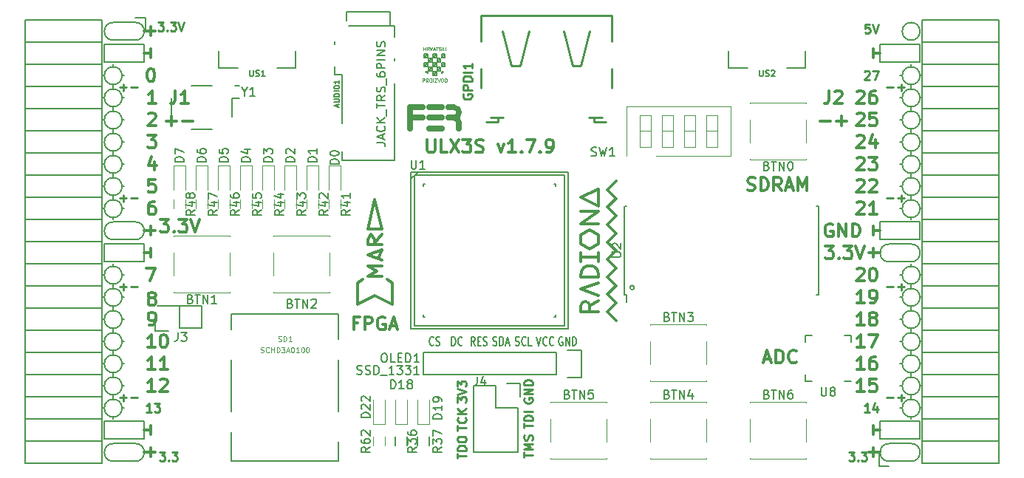
<source format=gto>
G04 #@! TF.FileFunction,Legend,Top*
%FSLAX46Y46*%
G04 Gerber Fmt 4.6, Leading zero omitted, Abs format (unit mm)*
G04 Created by KiCad (PCBNEW 4.0.7+dfsg1-1) date Wed Jan 10 23:52:42 2018*
%MOMM*%
%LPD*%
G01*
G04 APERTURE LIST*
%ADD10C,0.100000*%
%ADD11C,0.300000*%
%ADD12C,0.200000*%
%ADD13C,0.250000*%
%ADD14C,0.150000*%
%ADD15C,0.120000*%
%ADD16C,0.700000*%
%ADD17C,0.254000*%
%ADD18C,0.075000*%
%ADD19C,0.152400*%
%ADD20C,0.124460*%
G04 APERTURE END LIST*
D10*
D11*
X182492000Y-87582000D02*
X182492000Y-88598000D01*
X181984000Y-88090000D02*
X183254000Y-88090000D01*
X182492000Y-110442000D02*
X182492000Y-111458000D01*
X183254000Y-110950000D02*
X181984000Y-110950000D01*
X99688000Y-110442000D02*
X99688000Y-111458000D01*
X98926000Y-110950000D02*
X100196000Y-110950000D01*
X99688000Y-62182000D02*
X99688000Y-63198000D01*
X98926000Y-62690000D02*
X100196000Y-62690000D01*
X99688000Y-85042000D02*
X99688000Y-86058000D01*
X98926000Y-85550000D02*
X100196000Y-85550000D01*
D12*
X97910000Y-63706000D02*
G75*
G03X97910000Y-61674000I0J1016000D01*
G01*
X184270000Y-109934000D02*
G75*
G03X184270000Y-111966000I0J-1016000D01*
G01*
X95370000Y-111966000D02*
X97910000Y-111966000D01*
X95370000Y-109934000D02*
X97910000Y-109934000D01*
X97910000Y-111966000D02*
G75*
G03X97910000Y-109934000I0J1016000D01*
G01*
X95370000Y-109934000D02*
G75*
G03X95370000Y-111966000I0J-1016000D01*
G01*
X95370000Y-61674000D02*
X97910000Y-61674000D01*
X95370000Y-63706000D02*
X97910000Y-63706000D01*
X95370000Y-61674000D02*
G75*
G03X95370000Y-63706000I0J-1016000D01*
G01*
X95370000Y-84534000D02*
X97910000Y-84534000D01*
X95370000Y-86566000D02*
X97910000Y-86566000D01*
X95370000Y-84534000D02*
G75*
G03X95370000Y-86566000I0J-1016000D01*
G01*
X97910000Y-86566000D02*
G75*
G03X97910000Y-84534000I0J1016000D01*
G01*
X187826000Y-62690000D02*
G75*
G03X187826000Y-62690000I-1016000J0D01*
G01*
X184270000Y-89106000D02*
X186810000Y-89106000D01*
X184270000Y-87074000D02*
X186810000Y-87074000D01*
X184270000Y-87074000D02*
G75*
G03X184270000Y-89106000I0J-1016000D01*
G01*
X186810000Y-89106000D02*
G75*
G03X186810000Y-87074000I0J1016000D01*
G01*
X186810000Y-111966000D02*
X184270000Y-111966000D01*
X186810000Y-109934000D02*
X184270000Y-109934000D01*
X186810000Y-111966000D02*
G75*
G03X186810000Y-109934000I0J1016000D01*
G01*
X94354000Y-66246000D02*
X94354000Y-64214000D01*
X98926000Y-66246000D02*
X94354000Y-66246000D01*
X98926000Y-64214000D02*
X98926000Y-66246000D01*
X94354000Y-64214000D02*
X98926000Y-64214000D01*
X94354000Y-87074000D02*
X98926000Y-87074000D01*
X94354000Y-89106000D02*
X94354000Y-87074000D01*
X98926000Y-89106000D02*
X94354000Y-89106000D01*
X98926000Y-87074000D02*
X98926000Y-89106000D01*
X94354000Y-109426000D02*
X98926000Y-109426000D01*
X94354000Y-107394000D02*
X94354000Y-109426000D01*
X98926000Y-107394000D02*
X94354000Y-107394000D01*
X98926000Y-109426000D02*
X98926000Y-107394000D01*
X183254000Y-109426000D02*
X187826000Y-109426000D01*
X183254000Y-107394000D02*
X183254000Y-109426000D01*
X187826000Y-107394000D02*
X187826000Y-109426000D01*
X183254000Y-107394000D02*
X187826000Y-107394000D01*
X183254000Y-66246000D02*
X187826000Y-66246000D01*
X183254000Y-64214000D02*
X183254000Y-66246000D01*
X187826000Y-64214000D02*
X183254000Y-64214000D01*
X187826000Y-66246000D02*
X187826000Y-64214000D01*
X183254000Y-84534000D02*
X187826000Y-84534000D01*
X183254000Y-86566000D02*
X183254000Y-84534000D01*
X187826000Y-86566000D02*
X183254000Y-86566000D01*
X187826000Y-84534000D02*
X187826000Y-86566000D01*
D13*
X96148000Y-69111429D02*
X96909905Y-69111429D01*
X96528953Y-69492381D02*
X96528953Y-68730476D01*
X97386095Y-69111429D02*
X98148000Y-69111429D01*
X96148000Y-81811429D02*
X96909905Y-81811429D01*
X96528953Y-82192381D02*
X96528953Y-81430476D01*
X97386095Y-81811429D02*
X98148000Y-81811429D01*
X96148000Y-91971429D02*
X96909905Y-91971429D01*
X96528953Y-92352381D02*
X96528953Y-91590476D01*
X97386095Y-91971429D02*
X98148000Y-91971429D01*
X96148000Y-104671429D02*
X96909905Y-104671429D01*
X96528953Y-105052381D02*
X96528953Y-104290476D01*
X97386095Y-104671429D02*
X98148000Y-104671429D01*
X184032000Y-104671429D02*
X184793905Y-104671429D01*
X185270095Y-104671429D02*
X186032000Y-104671429D01*
X185651048Y-105052381D02*
X185651048Y-104290476D01*
X184032000Y-91971429D02*
X184793905Y-91971429D01*
X185270095Y-91971429D02*
X186032000Y-91971429D01*
X185651048Y-92352381D02*
X185651048Y-91590476D01*
X184032000Y-81811429D02*
X184793905Y-81811429D01*
X185270095Y-81811429D02*
X186032000Y-81811429D01*
X185651048Y-82192381D02*
X185651048Y-81430476D01*
X184032000Y-69111429D02*
X184793905Y-69111429D01*
X185270095Y-69111429D02*
X186032000Y-69111429D01*
X185651048Y-69492381D02*
X185651048Y-68730476D01*
D11*
X176420000Y-72957143D02*
X177562857Y-72957143D01*
X178277143Y-72957143D02*
X179420000Y-72957143D01*
X178848571Y-73528571D02*
X178848571Y-72385714D01*
D12*
X187826000Y-67770000D02*
G75*
G03X187826000Y-67770000I-1016000J0D01*
G01*
X187826000Y-70310000D02*
G75*
G03X187826000Y-70310000I-1016000J0D01*
G01*
X187826000Y-72850000D02*
G75*
G03X187826000Y-72850000I-1016000J0D01*
G01*
X187826000Y-75390000D02*
G75*
G03X187826000Y-75390000I-1016000J0D01*
G01*
X187826000Y-77930000D02*
G75*
G03X187826000Y-77930000I-1016000J0D01*
G01*
X187826000Y-80470000D02*
G75*
G03X187826000Y-80470000I-1016000J0D01*
G01*
X187826000Y-83010000D02*
G75*
G03X187826000Y-83010000I-1016000J0D01*
G01*
X187826000Y-90630000D02*
G75*
G03X187826000Y-90630000I-1016000J0D01*
G01*
X187826000Y-93170000D02*
G75*
G03X187826000Y-93170000I-1016000J0D01*
G01*
X187826000Y-95710000D02*
G75*
G03X187826000Y-95710000I-1016000J0D01*
G01*
X187826000Y-98250000D02*
G75*
G03X187826000Y-98250000I-1016000J0D01*
G01*
X187826000Y-100790000D02*
G75*
G03X187826000Y-100790000I-1016000J0D01*
G01*
X187826000Y-103330000D02*
G75*
G03X187826000Y-103330000I-1016000J0D01*
G01*
X187826000Y-105870000D02*
G75*
G03X187826000Y-105870000I-1016000J0D01*
G01*
X96386000Y-105870000D02*
G75*
G03X96386000Y-105870000I-1016000J0D01*
G01*
X96386000Y-103330000D02*
G75*
G03X96386000Y-103330000I-1016000J0D01*
G01*
X96386000Y-100790000D02*
G75*
G03X96386000Y-100790000I-1016000J0D01*
G01*
X96386000Y-98250000D02*
G75*
G03X96386000Y-98250000I-1016000J0D01*
G01*
X96386000Y-95710000D02*
G75*
G03X96386000Y-95710000I-1016000J0D01*
G01*
X96386000Y-93170000D02*
G75*
G03X96386000Y-93170000I-1016000J0D01*
G01*
X96386000Y-90630000D02*
G75*
G03X96386000Y-90630000I-1016000J0D01*
G01*
X96386000Y-83010000D02*
G75*
G03X96386000Y-83010000I-1016000J0D01*
G01*
X96386000Y-80470000D02*
G75*
G03X96386000Y-80470000I-1016000J0D01*
G01*
X96386000Y-77930000D02*
G75*
G03X96386000Y-77930000I-1016000J0D01*
G01*
X96386000Y-75390000D02*
G75*
G03X96386000Y-75390000I-1016000J0D01*
G01*
X96386000Y-72850000D02*
G75*
G03X96386000Y-72850000I-1016000J0D01*
G01*
X96386000Y-70310000D02*
G75*
G03X96386000Y-70310000I-1016000J0D01*
G01*
X96386000Y-67770000D02*
G75*
G03X96386000Y-67770000I-1016000J0D01*
G01*
D11*
X177793143Y-84800000D02*
X177650286Y-84728571D01*
X177436000Y-84728571D01*
X177221715Y-84800000D01*
X177078857Y-84942857D01*
X177007429Y-85085714D01*
X176936000Y-85371429D01*
X176936000Y-85585714D01*
X177007429Y-85871429D01*
X177078857Y-86014286D01*
X177221715Y-86157143D01*
X177436000Y-86228571D01*
X177578857Y-86228571D01*
X177793143Y-86157143D01*
X177864572Y-86085714D01*
X177864572Y-85585714D01*
X177578857Y-85585714D01*
X178507429Y-86228571D02*
X178507429Y-84728571D01*
X179364572Y-86228571D01*
X179364572Y-84728571D01*
X180078858Y-86228571D02*
X180078858Y-84728571D01*
X180436001Y-84728571D01*
X180650286Y-84800000D01*
X180793144Y-84942857D01*
X180864572Y-85085714D01*
X180936001Y-85371429D01*
X180936001Y-85585714D01*
X180864572Y-85871429D01*
X180793144Y-86014286D01*
X180650286Y-86157143D01*
X180436001Y-86228571D01*
X180078858Y-86228571D01*
X182492000Y-86058000D02*
X182492000Y-85042000D01*
X183254000Y-85550000D02*
X182492000Y-85550000D01*
X182492000Y-107902000D02*
X182492000Y-108918000D01*
X182492000Y-108410000D02*
X183254000Y-108410000D01*
D13*
X182047524Y-106322381D02*
X181476095Y-106322381D01*
X181761809Y-106322381D02*
X181761809Y-105322381D01*
X181666571Y-105465238D01*
X181571333Y-105560476D01*
X181476095Y-105608095D01*
X182904667Y-105655714D02*
X182904667Y-106322381D01*
X182666571Y-105274762D02*
X182428476Y-105989048D01*
X183047524Y-105989048D01*
X181476095Y-67317619D02*
X181523714Y-67270000D01*
X181618952Y-67222381D01*
X181857048Y-67222381D01*
X181952286Y-67270000D01*
X181999905Y-67317619D01*
X182047524Y-67412857D01*
X182047524Y-67508095D01*
X181999905Y-67650952D01*
X181428476Y-68222381D01*
X182047524Y-68222381D01*
X182380857Y-67222381D02*
X183047524Y-67222381D01*
X182618952Y-68222381D01*
D11*
X182492000Y-64722000D02*
X182492000Y-65738000D01*
X182492000Y-65230000D02*
X183254000Y-65230000D01*
X99688000Y-107902000D02*
X99688000Y-108918000D01*
X98926000Y-108410000D02*
X99688000Y-108410000D01*
X99315001Y-74568571D02*
X100243572Y-74568571D01*
X99743572Y-75140000D01*
X99957858Y-75140000D01*
X100100715Y-75211429D01*
X100172144Y-75282857D01*
X100243572Y-75425714D01*
X100243572Y-75782857D01*
X100172144Y-75925714D01*
X100100715Y-75997143D01*
X99957858Y-76068571D01*
X99529286Y-76068571D01*
X99386429Y-75997143D01*
X99315001Y-75925714D01*
X100100715Y-77608571D02*
X100100715Y-78608571D01*
X99743572Y-77037143D02*
X99386429Y-78108571D01*
X100315001Y-78108571D01*
X100172144Y-79648571D02*
X99457858Y-79648571D01*
X99386429Y-80362857D01*
X99457858Y-80291429D01*
X99600715Y-80220000D01*
X99957858Y-80220000D01*
X100100715Y-80291429D01*
X100172144Y-80362857D01*
X100243572Y-80505714D01*
X100243572Y-80862857D01*
X100172144Y-81005714D01*
X100100715Y-81077143D01*
X99957858Y-81148571D01*
X99600715Y-81148571D01*
X99457858Y-81077143D01*
X99386429Y-81005714D01*
D13*
X99751524Y-106322381D02*
X99180095Y-106322381D01*
X99465809Y-106322381D02*
X99465809Y-105322381D01*
X99370571Y-105465238D01*
X99275333Y-105560476D01*
X99180095Y-105608095D01*
X100084857Y-105322381D02*
X100703905Y-105322381D01*
X100370571Y-105703333D01*
X100513429Y-105703333D01*
X100608667Y-105750952D01*
X100656286Y-105798571D01*
X100703905Y-105893810D01*
X100703905Y-106131905D01*
X100656286Y-106227143D01*
X100608667Y-106274762D01*
X100513429Y-106322381D01*
X100227714Y-106322381D01*
X100132476Y-106274762D01*
X100084857Y-106227143D01*
D11*
X99188001Y-89808571D02*
X100188001Y-89808571D01*
X99545144Y-91308571D01*
X99688000Y-87582000D02*
X99688000Y-88598000D01*
X98926000Y-88090000D02*
X99688000Y-88090000D01*
X99688000Y-64722000D02*
X99688000Y-65738000D01*
X98926000Y-65230000D02*
X99688000Y-65230000D01*
D13*
X100497810Y-61634381D02*
X101116858Y-61634381D01*
X100783524Y-62015333D01*
X100926382Y-62015333D01*
X101021620Y-62062952D01*
X101069239Y-62110571D01*
X101116858Y-62205810D01*
X101116858Y-62443905D01*
X101069239Y-62539143D01*
X101021620Y-62586762D01*
X100926382Y-62634381D01*
X100640667Y-62634381D01*
X100545429Y-62586762D01*
X100497810Y-62539143D01*
X101545429Y-62539143D02*
X101593048Y-62586762D01*
X101545429Y-62634381D01*
X101497810Y-62586762D01*
X101545429Y-62539143D01*
X101545429Y-62634381D01*
X101926381Y-61634381D02*
X102545429Y-61634381D01*
X102212095Y-62015333D01*
X102354953Y-62015333D01*
X102450191Y-62062952D01*
X102497810Y-62110571D01*
X102545429Y-62205810D01*
X102545429Y-62443905D01*
X102497810Y-62539143D01*
X102450191Y-62586762D01*
X102354953Y-62634381D01*
X102069238Y-62634381D01*
X101974000Y-62586762D01*
X101926381Y-62539143D01*
X102831143Y-61634381D02*
X103164476Y-62634381D01*
X103497810Y-61634381D01*
X179666381Y-110910381D02*
X180285429Y-110910381D01*
X179952095Y-111291333D01*
X180094953Y-111291333D01*
X180190191Y-111338952D01*
X180237810Y-111386571D01*
X180285429Y-111481810D01*
X180285429Y-111719905D01*
X180237810Y-111815143D01*
X180190191Y-111862762D01*
X180094953Y-111910381D01*
X179809238Y-111910381D01*
X179714000Y-111862762D01*
X179666381Y-111815143D01*
X180714000Y-111815143D02*
X180761619Y-111862762D01*
X180714000Y-111910381D01*
X180666381Y-111862762D01*
X180714000Y-111815143D01*
X180714000Y-111910381D01*
X181094952Y-110910381D02*
X181714000Y-110910381D01*
X181380666Y-111291333D01*
X181523524Y-111291333D01*
X181618762Y-111338952D01*
X181666381Y-111386571D01*
X181714000Y-111481810D01*
X181714000Y-111719905D01*
X181666381Y-111815143D01*
X181618762Y-111862762D01*
X181523524Y-111910381D01*
X181237809Y-111910381D01*
X181142571Y-111862762D01*
X181094952Y-111815143D01*
D11*
X100775715Y-84220571D02*
X101704286Y-84220571D01*
X101204286Y-84792000D01*
X101418572Y-84792000D01*
X101561429Y-84863429D01*
X101632858Y-84934857D01*
X101704286Y-85077714D01*
X101704286Y-85434857D01*
X101632858Y-85577714D01*
X101561429Y-85649143D01*
X101418572Y-85720571D01*
X100990000Y-85720571D01*
X100847143Y-85649143D01*
X100775715Y-85577714D01*
X102347143Y-85577714D02*
X102418571Y-85649143D01*
X102347143Y-85720571D01*
X102275714Y-85649143D01*
X102347143Y-85577714D01*
X102347143Y-85720571D01*
X102918572Y-84220571D02*
X103847143Y-84220571D01*
X103347143Y-84792000D01*
X103561429Y-84792000D01*
X103704286Y-84863429D01*
X103775715Y-84934857D01*
X103847143Y-85077714D01*
X103847143Y-85434857D01*
X103775715Y-85577714D01*
X103704286Y-85649143D01*
X103561429Y-85720571D01*
X103132857Y-85720571D01*
X102990000Y-85649143D01*
X102918572Y-85577714D01*
X104275714Y-84220571D02*
X104775714Y-85720571D01*
X105275714Y-84220571D01*
D13*
X100672381Y-110910381D02*
X101291429Y-110910381D01*
X100958095Y-111291333D01*
X101100953Y-111291333D01*
X101196191Y-111338952D01*
X101243810Y-111386571D01*
X101291429Y-111481810D01*
X101291429Y-111719905D01*
X101243810Y-111815143D01*
X101196191Y-111862762D01*
X101100953Y-111910381D01*
X100815238Y-111910381D01*
X100720000Y-111862762D01*
X100672381Y-111815143D01*
X101720000Y-111815143D02*
X101767619Y-111862762D01*
X101720000Y-111910381D01*
X101672381Y-111862762D01*
X101720000Y-111815143D01*
X101720000Y-111910381D01*
X102100952Y-110910381D02*
X102720000Y-110910381D01*
X102386666Y-111291333D01*
X102529524Y-111291333D01*
X102624762Y-111338952D01*
X102672381Y-111386571D01*
X102720000Y-111481810D01*
X102720000Y-111719905D01*
X102672381Y-111815143D01*
X102624762Y-111862762D01*
X102529524Y-111910381D01*
X102243809Y-111910381D01*
X102148571Y-111862762D01*
X102100952Y-111815143D01*
X182047524Y-61888381D02*
X181571333Y-61888381D01*
X181523714Y-62364571D01*
X181571333Y-62316952D01*
X181666571Y-62269333D01*
X181904667Y-62269333D01*
X181999905Y-62316952D01*
X182047524Y-62364571D01*
X182095143Y-62459810D01*
X182095143Y-62697905D01*
X182047524Y-62793143D01*
X181999905Y-62840762D01*
X181904667Y-62888381D01*
X181666571Y-62888381D01*
X181571333Y-62840762D01*
X181523714Y-62793143D01*
X182380857Y-61888381D02*
X182714190Y-62888381D01*
X183047524Y-61888381D01*
D11*
X180587143Y-69631429D02*
X180658572Y-69560000D01*
X180801429Y-69488571D01*
X181158572Y-69488571D01*
X181301429Y-69560000D01*
X181372858Y-69631429D01*
X181444286Y-69774286D01*
X181444286Y-69917143D01*
X181372858Y-70131429D01*
X180515715Y-70988571D01*
X181444286Y-70988571D01*
X182730000Y-69488571D02*
X182444286Y-69488571D01*
X182301429Y-69560000D01*
X182230000Y-69631429D01*
X182087143Y-69845714D01*
X182015714Y-70131429D01*
X182015714Y-70702857D01*
X182087143Y-70845714D01*
X182158571Y-70917143D01*
X182301429Y-70988571D01*
X182587143Y-70988571D01*
X182730000Y-70917143D01*
X182801429Y-70845714D01*
X182872857Y-70702857D01*
X182872857Y-70345714D01*
X182801429Y-70202857D01*
X182730000Y-70131429D01*
X182587143Y-70060000D01*
X182301429Y-70060000D01*
X182158571Y-70131429D01*
X182087143Y-70202857D01*
X182015714Y-70345714D01*
X180587143Y-72171429D02*
X180658572Y-72100000D01*
X180801429Y-72028571D01*
X181158572Y-72028571D01*
X181301429Y-72100000D01*
X181372858Y-72171429D01*
X181444286Y-72314286D01*
X181444286Y-72457143D01*
X181372858Y-72671429D01*
X180515715Y-73528571D01*
X181444286Y-73528571D01*
X182801429Y-72028571D02*
X182087143Y-72028571D01*
X182015714Y-72742857D01*
X182087143Y-72671429D01*
X182230000Y-72600000D01*
X182587143Y-72600000D01*
X182730000Y-72671429D01*
X182801429Y-72742857D01*
X182872857Y-72885714D01*
X182872857Y-73242857D01*
X182801429Y-73385714D01*
X182730000Y-73457143D01*
X182587143Y-73528571D01*
X182230000Y-73528571D01*
X182087143Y-73457143D01*
X182015714Y-73385714D01*
X180587143Y-74711429D02*
X180658572Y-74640000D01*
X180801429Y-74568571D01*
X181158572Y-74568571D01*
X181301429Y-74640000D01*
X181372858Y-74711429D01*
X181444286Y-74854286D01*
X181444286Y-74997143D01*
X181372858Y-75211429D01*
X180515715Y-76068571D01*
X181444286Y-76068571D01*
X182730000Y-75068571D02*
X182730000Y-76068571D01*
X182372857Y-74497143D02*
X182015714Y-75568571D01*
X182944286Y-75568571D01*
X180587143Y-77251429D02*
X180658572Y-77180000D01*
X180801429Y-77108571D01*
X181158572Y-77108571D01*
X181301429Y-77180000D01*
X181372858Y-77251429D01*
X181444286Y-77394286D01*
X181444286Y-77537143D01*
X181372858Y-77751429D01*
X180515715Y-78608571D01*
X181444286Y-78608571D01*
X181944286Y-77108571D02*
X182872857Y-77108571D01*
X182372857Y-77680000D01*
X182587143Y-77680000D01*
X182730000Y-77751429D01*
X182801429Y-77822857D01*
X182872857Y-77965714D01*
X182872857Y-78322857D01*
X182801429Y-78465714D01*
X182730000Y-78537143D01*
X182587143Y-78608571D01*
X182158571Y-78608571D01*
X182015714Y-78537143D01*
X181944286Y-78465714D01*
X180587143Y-79791429D02*
X180658572Y-79720000D01*
X180801429Y-79648571D01*
X181158572Y-79648571D01*
X181301429Y-79720000D01*
X181372858Y-79791429D01*
X181444286Y-79934286D01*
X181444286Y-80077143D01*
X181372858Y-80291429D01*
X180515715Y-81148571D01*
X181444286Y-81148571D01*
X182015714Y-79791429D02*
X182087143Y-79720000D01*
X182230000Y-79648571D01*
X182587143Y-79648571D01*
X182730000Y-79720000D01*
X182801429Y-79791429D01*
X182872857Y-79934286D01*
X182872857Y-80077143D01*
X182801429Y-80291429D01*
X181944286Y-81148571D01*
X182872857Y-81148571D01*
X180587143Y-82331429D02*
X180658572Y-82260000D01*
X180801429Y-82188571D01*
X181158572Y-82188571D01*
X181301429Y-82260000D01*
X181372858Y-82331429D01*
X181444286Y-82474286D01*
X181444286Y-82617143D01*
X181372858Y-82831429D01*
X180515715Y-83688571D01*
X181444286Y-83688571D01*
X182872857Y-83688571D02*
X182015714Y-83688571D01*
X182444286Y-83688571D02*
X182444286Y-82188571D01*
X182301429Y-82402857D01*
X182158571Y-82545714D01*
X182015714Y-82617143D01*
X176975715Y-87268571D02*
X177904286Y-87268571D01*
X177404286Y-87840000D01*
X177618572Y-87840000D01*
X177761429Y-87911429D01*
X177832858Y-87982857D01*
X177904286Y-88125714D01*
X177904286Y-88482857D01*
X177832858Y-88625714D01*
X177761429Y-88697143D01*
X177618572Y-88768571D01*
X177190000Y-88768571D01*
X177047143Y-88697143D01*
X176975715Y-88625714D01*
X178547143Y-88625714D02*
X178618571Y-88697143D01*
X178547143Y-88768571D01*
X178475714Y-88697143D01*
X178547143Y-88625714D01*
X178547143Y-88768571D01*
X179118572Y-87268571D02*
X180047143Y-87268571D01*
X179547143Y-87840000D01*
X179761429Y-87840000D01*
X179904286Y-87911429D01*
X179975715Y-87982857D01*
X180047143Y-88125714D01*
X180047143Y-88482857D01*
X179975715Y-88625714D01*
X179904286Y-88697143D01*
X179761429Y-88768571D01*
X179332857Y-88768571D01*
X179190000Y-88697143D01*
X179118572Y-88625714D01*
X180475714Y-87268571D02*
X180975714Y-88768571D01*
X181475714Y-87268571D01*
X180587143Y-89951429D02*
X180658572Y-89880000D01*
X180801429Y-89808571D01*
X181158572Y-89808571D01*
X181301429Y-89880000D01*
X181372858Y-89951429D01*
X181444286Y-90094286D01*
X181444286Y-90237143D01*
X181372858Y-90451429D01*
X180515715Y-91308571D01*
X181444286Y-91308571D01*
X182372857Y-89808571D02*
X182515714Y-89808571D01*
X182658571Y-89880000D01*
X182730000Y-89951429D01*
X182801429Y-90094286D01*
X182872857Y-90380000D01*
X182872857Y-90737143D01*
X182801429Y-91022857D01*
X182730000Y-91165714D01*
X182658571Y-91237143D01*
X182515714Y-91308571D01*
X182372857Y-91308571D01*
X182230000Y-91237143D01*
X182158571Y-91165714D01*
X182087143Y-91022857D01*
X182015714Y-90737143D01*
X182015714Y-90380000D01*
X182087143Y-90094286D01*
X182158571Y-89951429D01*
X182230000Y-89880000D01*
X182372857Y-89808571D01*
X181444286Y-93848571D02*
X180587143Y-93848571D01*
X181015715Y-93848571D02*
X181015715Y-92348571D01*
X180872858Y-92562857D01*
X180730000Y-92705714D01*
X180587143Y-92777143D01*
X182158571Y-93848571D02*
X182444286Y-93848571D01*
X182587143Y-93777143D01*
X182658571Y-93705714D01*
X182801429Y-93491429D01*
X182872857Y-93205714D01*
X182872857Y-92634286D01*
X182801429Y-92491429D01*
X182730000Y-92420000D01*
X182587143Y-92348571D01*
X182301429Y-92348571D01*
X182158571Y-92420000D01*
X182087143Y-92491429D01*
X182015714Y-92634286D01*
X182015714Y-92991429D01*
X182087143Y-93134286D01*
X182158571Y-93205714D01*
X182301429Y-93277143D01*
X182587143Y-93277143D01*
X182730000Y-93205714D01*
X182801429Y-93134286D01*
X182872857Y-92991429D01*
X181444286Y-96388571D02*
X180587143Y-96388571D01*
X181015715Y-96388571D02*
X181015715Y-94888571D01*
X180872858Y-95102857D01*
X180730000Y-95245714D01*
X180587143Y-95317143D01*
X182301429Y-95531429D02*
X182158571Y-95460000D01*
X182087143Y-95388571D01*
X182015714Y-95245714D01*
X182015714Y-95174286D01*
X182087143Y-95031429D01*
X182158571Y-94960000D01*
X182301429Y-94888571D01*
X182587143Y-94888571D01*
X182730000Y-94960000D01*
X182801429Y-95031429D01*
X182872857Y-95174286D01*
X182872857Y-95245714D01*
X182801429Y-95388571D01*
X182730000Y-95460000D01*
X182587143Y-95531429D01*
X182301429Y-95531429D01*
X182158571Y-95602857D01*
X182087143Y-95674286D01*
X182015714Y-95817143D01*
X182015714Y-96102857D01*
X182087143Y-96245714D01*
X182158571Y-96317143D01*
X182301429Y-96388571D01*
X182587143Y-96388571D01*
X182730000Y-96317143D01*
X182801429Y-96245714D01*
X182872857Y-96102857D01*
X182872857Y-95817143D01*
X182801429Y-95674286D01*
X182730000Y-95602857D01*
X182587143Y-95531429D01*
X181444286Y-98928571D02*
X180587143Y-98928571D01*
X181015715Y-98928571D02*
X181015715Y-97428571D01*
X180872858Y-97642857D01*
X180730000Y-97785714D01*
X180587143Y-97857143D01*
X181944286Y-97428571D02*
X182944286Y-97428571D01*
X182301429Y-98928571D01*
X181444286Y-101468571D02*
X180587143Y-101468571D01*
X181015715Y-101468571D02*
X181015715Y-99968571D01*
X180872858Y-100182857D01*
X180730000Y-100325714D01*
X180587143Y-100397143D01*
X182730000Y-99968571D02*
X182444286Y-99968571D01*
X182301429Y-100040000D01*
X182230000Y-100111429D01*
X182087143Y-100325714D01*
X182015714Y-100611429D01*
X182015714Y-101182857D01*
X182087143Y-101325714D01*
X182158571Y-101397143D01*
X182301429Y-101468571D01*
X182587143Y-101468571D01*
X182730000Y-101397143D01*
X182801429Y-101325714D01*
X182872857Y-101182857D01*
X182872857Y-100825714D01*
X182801429Y-100682857D01*
X182730000Y-100611429D01*
X182587143Y-100540000D01*
X182301429Y-100540000D01*
X182158571Y-100611429D01*
X182087143Y-100682857D01*
X182015714Y-100825714D01*
X181444286Y-104008571D02*
X180587143Y-104008571D01*
X181015715Y-104008571D02*
X181015715Y-102508571D01*
X180872858Y-102722857D01*
X180730000Y-102865714D01*
X180587143Y-102937143D01*
X182801429Y-102508571D02*
X182087143Y-102508571D01*
X182015714Y-103222857D01*
X182087143Y-103151429D01*
X182230000Y-103080000D01*
X182587143Y-103080000D01*
X182730000Y-103151429D01*
X182801429Y-103222857D01*
X182872857Y-103365714D01*
X182872857Y-103722857D01*
X182801429Y-103865714D01*
X182730000Y-103937143D01*
X182587143Y-104008571D01*
X182230000Y-104008571D01*
X182087143Y-103937143D01*
X182015714Y-103865714D01*
D12*
X186810000Y-66500000D02*
X186810000Y-66754000D01*
X187826000Y-67770000D02*
X188080000Y-67770000D01*
X185540000Y-67770000D02*
X185794000Y-67770000D01*
X186810000Y-69294000D02*
X186810000Y-68786000D01*
X187826000Y-70310000D02*
X188080000Y-70310000D01*
X185540000Y-70310000D02*
X185794000Y-70310000D01*
X186810000Y-71326000D02*
X186810000Y-71834000D01*
X187826000Y-72850000D02*
X188080000Y-72850000D01*
X185540000Y-72850000D02*
X185794000Y-72850000D01*
X186810000Y-73866000D02*
X186810000Y-74374000D01*
X187826000Y-75390000D02*
X188080000Y-75390000D01*
X185540000Y-75390000D02*
X185794000Y-75390000D01*
X186810000Y-76406000D02*
X186810000Y-76914000D01*
X187826000Y-77930000D02*
X188080000Y-77930000D01*
X185540000Y-77930000D02*
X185794000Y-77930000D01*
X186810000Y-79454000D02*
X186810000Y-78946000D01*
X187826000Y-80470000D02*
X188080000Y-80470000D01*
X185540000Y-80470000D02*
X185794000Y-80470000D01*
X186810000Y-81994000D02*
X186810000Y-81486000D01*
X187826000Y-83010000D02*
X188080000Y-83010000D01*
X185540000Y-83010000D02*
X185794000Y-83010000D01*
X186810000Y-84026000D02*
X186810000Y-84280000D01*
X186810000Y-89360000D02*
X186810000Y-89614000D01*
X187826000Y-90630000D02*
X188080000Y-90630000D01*
X185540000Y-90630000D02*
X185794000Y-90630000D01*
X186810000Y-91646000D02*
X186810000Y-92154000D01*
X187826000Y-93170000D02*
X188080000Y-93170000D01*
X185540000Y-93170000D02*
X185794000Y-93170000D01*
X186810000Y-94186000D02*
X186810000Y-94694000D01*
X187826000Y-95710000D02*
X188080000Y-95710000D01*
X185540000Y-95710000D02*
X185794000Y-95710000D01*
X186810000Y-97234000D02*
X186810000Y-96726000D01*
X187826000Y-98250000D02*
X188080000Y-98250000D01*
X185540000Y-98250000D02*
X185794000Y-98250000D01*
X187826000Y-100790000D02*
X188080000Y-100790000D01*
X185540000Y-100790000D02*
X185794000Y-100790000D01*
X186810000Y-99266000D02*
X186810000Y-99774000D01*
X186810000Y-102314000D02*
X186810000Y-101806000D01*
X187826000Y-103330000D02*
X188080000Y-103330000D01*
X185540000Y-103330000D02*
X185794000Y-103330000D01*
X186810000Y-104346000D02*
X186810000Y-104854000D01*
X185540000Y-105870000D02*
X185794000Y-105870000D01*
X187826000Y-105870000D02*
X188080000Y-105870000D01*
X186810000Y-106886000D02*
X186810000Y-107140000D01*
X95370000Y-66754000D02*
X95370000Y-66500000D01*
X96386000Y-67770000D02*
X96640000Y-67770000D01*
X94100000Y-67770000D02*
X94354000Y-67770000D01*
X95370000Y-68786000D02*
X95370000Y-69294000D01*
X96386000Y-70310000D02*
X96640000Y-70310000D01*
X94100000Y-70310000D02*
X94354000Y-70310000D01*
X95370000Y-71326000D02*
X95370000Y-71834000D01*
X96386000Y-72850000D02*
X96640000Y-72850000D01*
X94100000Y-72850000D02*
X94354000Y-72850000D01*
X95370000Y-73866000D02*
X95370000Y-74374000D01*
X96386000Y-75390000D02*
X96640000Y-75390000D01*
X95370000Y-76406000D02*
X95370000Y-76914000D01*
X96386000Y-77930000D02*
X96640000Y-77930000D01*
X94100000Y-77930000D02*
X94354000Y-77930000D01*
X95370000Y-79454000D02*
X95370000Y-78946000D01*
X96386000Y-80470000D02*
X96640000Y-80470000D01*
X94100000Y-80470000D02*
X94354000Y-80470000D01*
X95370000Y-81486000D02*
X95370000Y-81994000D01*
X96386000Y-83010000D02*
X96640000Y-83010000D01*
X95370000Y-84026000D02*
X95370000Y-84280000D01*
X94100000Y-83010000D02*
X94354000Y-83010000D01*
X95370000Y-106886000D02*
X95370000Y-107140000D01*
X95370000Y-89360000D02*
X95370000Y-89614000D01*
X96386000Y-93170000D02*
X96640000Y-93170000D01*
X94100000Y-93170000D02*
X94354000Y-93170000D01*
X95370000Y-94186000D02*
X95370000Y-94694000D01*
X94100000Y-90630000D02*
X94354000Y-90630000D01*
X96386000Y-90630000D02*
X96640000Y-90630000D01*
X95370000Y-92154000D02*
X95370000Y-91646000D01*
X96386000Y-95710000D02*
X96640000Y-95710000D01*
X94100000Y-95710000D02*
X94354000Y-95710000D01*
X96386000Y-98250000D02*
X96640000Y-98250000D01*
X94354000Y-98250000D02*
X94100000Y-98250000D01*
X95370000Y-96726000D02*
X95370000Y-97234000D01*
X95370000Y-99266000D02*
X95370000Y-99774000D01*
X94100000Y-100790000D02*
X94354000Y-100790000D01*
X96386000Y-100790000D02*
X96640000Y-100790000D01*
X94100000Y-103330000D02*
X94354000Y-103330000D01*
X96386000Y-103330000D02*
X96640000Y-103330000D01*
X95370000Y-101806000D02*
X95370000Y-102314000D01*
X95370000Y-104346000D02*
X95370000Y-104854000D01*
X96386000Y-105870000D02*
X96640000Y-105870000D01*
X94100000Y-105870000D02*
X94354000Y-105870000D01*
D11*
X101490000Y-72957143D02*
X102632857Y-72957143D01*
X102061428Y-73528571D02*
X102061428Y-72385714D01*
X103347143Y-72957143D02*
X104490000Y-72957143D01*
X100164286Y-104008571D02*
X99307143Y-104008571D01*
X99735715Y-104008571D02*
X99735715Y-102508571D01*
X99592858Y-102722857D01*
X99450000Y-102865714D01*
X99307143Y-102937143D01*
X100735714Y-102651429D02*
X100807143Y-102580000D01*
X100950000Y-102508571D01*
X101307143Y-102508571D01*
X101450000Y-102580000D01*
X101521429Y-102651429D01*
X101592857Y-102794286D01*
X101592857Y-102937143D01*
X101521429Y-103151429D01*
X100664286Y-104008571D01*
X101592857Y-104008571D01*
X100164286Y-101468571D02*
X99307143Y-101468571D01*
X99735715Y-101468571D02*
X99735715Y-99968571D01*
X99592858Y-100182857D01*
X99450000Y-100325714D01*
X99307143Y-100397143D01*
X101592857Y-101468571D02*
X100735714Y-101468571D01*
X101164286Y-101468571D02*
X101164286Y-99968571D01*
X101021429Y-100182857D01*
X100878571Y-100325714D01*
X100735714Y-100397143D01*
X100164286Y-98928571D02*
X99307143Y-98928571D01*
X99735715Y-98928571D02*
X99735715Y-97428571D01*
X99592858Y-97642857D01*
X99450000Y-97785714D01*
X99307143Y-97857143D01*
X101092857Y-97428571D02*
X101235714Y-97428571D01*
X101378571Y-97500000D01*
X101450000Y-97571429D01*
X101521429Y-97714286D01*
X101592857Y-98000000D01*
X101592857Y-98357143D01*
X101521429Y-98642857D01*
X101450000Y-98785714D01*
X101378571Y-98857143D01*
X101235714Y-98928571D01*
X101092857Y-98928571D01*
X100950000Y-98857143D01*
X100878571Y-98785714D01*
X100807143Y-98642857D01*
X100735714Y-98357143D01*
X100735714Y-98000000D01*
X100807143Y-97714286D01*
X100878571Y-97571429D01*
X100950000Y-97500000D01*
X101092857Y-97428571D01*
X99529286Y-96388571D02*
X99815001Y-96388571D01*
X99957858Y-96317143D01*
X100029286Y-96245714D01*
X100172144Y-96031429D01*
X100243572Y-95745714D01*
X100243572Y-95174286D01*
X100172144Y-95031429D01*
X100100715Y-94960000D01*
X99957858Y-94888571D01*
X99672144Y-94888571D01*
X99529286Y-94960000D01*
X99457858Y-95031429D01*
X99386429Y-95174286D01*
X99386429Y-95531429D01*
X99457858Y-95674286D01*
X99529286Y-95745714D01*
X99672144Y-95817143D01*
X99957858Y-95817143D01*
X100100715Y-95745714D01*
X100172144Y-95674286D01*
X100243572Y-95531429D01*
X99672144Y-93245429D02*
X99529286Y-93174000D01*
X99457858Y-93102571D01*
X99386429Y-92959714D01*
X99386429Y-92888286D01*
X99457858Y-92745429D01*
X99529286Y-92674000D01*
X99672144Y-92602571D01*
X99957858Y-92602571D01*
X100100715Y-92674000D01*
X100172144Y-92745429D01*
X100243572Y-92888286D01*
X100243572Y-92959714D01*
X100172144Y-93102571D01*
X100100715Y-93174000D01*
X99957858Y-93245429D01*
X99672144Y-93245429D01*
X99529286Y-93316857D01*
X99457858Y-93388286D01*
X99386429Y-93531143D01*
X99386429Y-93816857D01*
X99457858Y-93959714D01*
X99529286Y-94031143D01*
X99672144Y-94102571D01*
X99957858Y-94102571D01*
X100100715Y-94031143D01*
X100172144Y-93959714D01*
X100243572Y-93816857D01*
X100243572Y-93531143D01*
X100172144Y-93388286D01*
X100100715Y-93316857D01*
X99957858Y-93245429D01*
X100100715Y-82188571D02*
X99815001Y-82188571D01*
X99672144Y-82260000D01*
X99600715Y-82331429D01*
X99457858Y-82545714D01*
X99386429Y-82831429D01*
X99386429Y-83402857D01*
X99457858Y-83545714D01*
X99529286Y-83617143D01*
X99672144Y-83688571D01*
X99957858Y-83688571D01*
X100100715Y-83617143D01*
X100172144Y-83545714D01*
X100243572Y-83402857D01*
X100243572Y-83045714D01*
X100172144Y-82902857D01*
X100100715Y-82831429D01*
X99957858Y-82760000D01*
X99672144Y-82760000D01*
X99529286Y-82831429D01*
X99457858Y-82902857D01*
X99386429Y-83045714D01*
X99386429Y-72171429D02*
X99457858Y-72100000D01*
X99600715Y-72028571D01*
X99957858Y-72028571D01*
X100100715Y-72100000D01*
X100172144Y-72171429D01*
X100243572Y-72314286D01*
X100243572Y-72457143D01*
X100172144Y-72671429D01*
X99315001Y-73528571D01*
X100243572Y-73528571D01*
X100243572Y-70988571D02*
X99386429Y-70988571D01*
X99815001Y-70988571D02*
X99815001Y-69488571D01*
X99672144Y-69702857D01*
X99529286Y-69845714D01*
X99386429Y-69917143D01*
X99616572Y-66948571D02*
X99759429Y-66948571D01*
X99902286Y-67020000D01*
X99973715Y-67091429D01*
X100045144Y-67234286D01*
X100116572Y-67520000D01*
X100116572Y-67877143D01*
X100045144Y-68162857D01*
X99973715Y-68305714D01*
X99902286Y-68377143D01*
X99759429Y-68448571D01*
X99616572Y-68448571D01*
X99473715Y-68377143D01*
X99402286Y-68305714D01*
X99330858Y-68162857D01*
X99259429Y-67877143D01*
X99259429Y-67520000D01*
X99330858Y-67234286D01*
X99402286Y-67091429D01*
X99473715Y-67020000D01*
X99616572Y-66948571D01*
X131371430Y-75076571D02*
X131371430Y-76290857D01*
X131442858Y-76433714D01*
X131514287Y-76505143D01*
X131657144Y-76576571D01*
X131942858Y-76576571D01*
X132085716Y-76505143D01*
X132157144Y-76433714D01*
X132228573Y-76290857D01*
X132228573Y-75076571D01*
X133657145Y-76576571D02*
X132942859Y-76576571D01*
X132942859Y-75076571D01*
X134014288Y-75076571D02*
X135014288Y-76576571D01*
X135014288Y-75076571D02*
X134014288Y-76576571D01*
X135442859Y-75076571D02*
X136371430Y-75076571D01*
X135871430Y-75648000D01*
X136085716Y-75648000D01*
X136228573Y-75719429D01*
X136300002Y-75790857D01*
X136371430Y-75933714D01*
X136371430Y-76290857D01*
X136300002Y-76433714D01*
X136228573Y-76505143D01*
X136085716Y-76576571D01*
X135657144Y-76576571D01*
X135514287Y-76505143D01*
X135442859Y-76433714D01*
X136942858Y-76505143D02*
X137157144Y-76576571D01*
X137514287Y-76576571D01*
X137657144Y-76505143D01*
X137728573Y-76433714D01*
X137800001Y-76290857D01*
X137800001Y-76148000D01*
X137728573Y-76005143D01*
X137657144Y-75933714D01*
X137514287Y-75862286D01*
X137228573Y-75790857D01*
X137085715Y-75719429D01*
X137014287Y-75648000D01*
X136942858Y-75505143D01*
X136942858Y-75362286D01*
X137014287Y-75219429D01*
X137085715Y-75148000D01*
X137228573Y-75076571D01*
X137585715Y-75076571D01*
X137800001Y-75148000D01*
X139442858Y-75576571D02*
X139800001Y-76576571D01*
X140157143Y-75576571D01*
X141514286Y-76576571D02*
X140657143Y-76576571D01*
X141085715Y-76576571D02*
X141085715Y-75076571D01*
X140942858Y-75290857D01*
X140800000Y-75433714D01*
X140657143Y-75505143D01*
X142157143Y-76433714D02*
X142228571Y-76505143D01*
X142157143Y-76576571D01*
X142085714Y-76505143D01*
X142157143Y-76433714D01*
X142157143Y-76576571D01*
X142728572Y-75076571D02*
X143728572Y-75076571D01*
X143085715Y-76576571D01*
X144300000Y-76433714D02*
X144371428Y-76505143D01*
X144300000Y-76576571D01*
X144228571Y-76505143D01*
X144300000Y-76433714D01*
X144300000Y-76576571D01*
X145085714Y-76576571D02*
X145371429Y-76576571D01*
X145514286Y-76505143D01*
X145585714Y-76433714D01*
X145728572Y-76219429D01*
X145800000Y-75933714D01*
X145800000Y-75362286D01*
X145728572Y-75219429D01*
X145657143Y-75148000D01*
X145514286Y-75076571D01*
X145228572Y-75076571D01*
X145085714Y-75148000D01*
X145014286Y-75219429D01*
X144942857Y-75362286D01*
X144942857Y-75719429D01*
X145014286Y-75862286D01*
X145085714Y-75933714D01*
X145228572Y-76005143D01*
X145514286Y-76005143D01*
X145657143Y-75933714D01*
X145728572Y-75862286D01*
X145800000Y-75719429D01*
X123413429Y-96110857D02*
X122913429Y-96110857D01*
X122913429Y-96896571D02*
X122913429Y-95396571D01*
X123627715Y-95396571D01*
X124199143Y-96896571D02*
X124199143Y-95396571D01*
X124770571Y-95396571D01*
X124913429Y-95468000D01*
X124984857Y-95539429D01*
X125056286Y-95682286D01*
X125056286Y-95896571D01*
X124984857Y-96039429D01*
X124913429Y-96110857D01*
X124770571Y-96182286D01*
X124199143Y-96182286D01*
X126484857Y-95468000D02*
X126342000Y-95396571D01*
X126127714Y-95396571D01*
X125913429Y-95468000D01*
X125770571Y-95610857D01*
X125699143Y-95753714D01*
X125627714Y-96039429D01*
X125627714Y-96253714D01*
X125699143Y-96539429D01*
X125770571Y-96682286D01*
X125913429Y-96825143D01*
X126127714Y-96896571D01*
X126270571Y-96896571D01*
X126484857Y-96825143D01*
X126556286Y-96753714D01*
X126556286Y-96253714D01*
X126270571Y-96253714D01*
X127127714Y-96468000D02*
X127842000Y-96468000D01*
X126984857Y-96896571D02*
X127484857Y-95396571D01*
X127984857Y-96896571D01*
X168077929Y-80886643D02*
X168292215Y-80958071D01*
X168649358Y-80958071D01*
X168792215Y-80886643D01*
X168863644Y-80815214D01*
X168935072Y-80672357D01*
X168935072Y-80529500D01*
X168863644Y-80386643D01*
X168792215Y-80315214D01*
X168649358Y-80243786D01*
X168363644Y-80172357D01*
X168220786Y-80100929D01*
X168149358Y-80029500D01*
X168077929Y-79886643D01*
X168077929Y-79743786D01*
X168149358Y-79600929D01*
X168220786Y-79529500D01*
X168363644Y-79458071D01*
X168720786Y-79458071D01*
X168935072Y-79529500D01*
X169577929Y-80958071D02*
X169577929Y-79458071D01*
X169935072Y-79458071D01*
X170149357Y-79529500D01*
X170292215Y-79672357D01*
X170363643Y-79815214D01*
X170435072Y-80100929D01*
X170435072Y-80315214D01*
X170363643Y-80600929D01*
X170292215Y-80743786D01*
X170149357Y-80886643D01*
X169935072Y-80958071D01*
X169577929Y-80958071D01*
X171935072Y-80958071D02*
X171435072Y-80243786D01*
X171077929Y-80958071D02*
X171077929Y-79458071D01*
X171649357Y-79458071D01*
X171792215Y-79529500D01*
X171863643Y-79600929D01*
X171935072Y-79743786D01*
X171935072Y-79958071D01*
X171863643Y-80100929D01*
X171792215Y-80172357D01*
X171649357Y-80243786D01*
X171077929Y-80243786D01*
X172506500Y-80529500D02*
X173220786Y-80529500D01*
X172363643Y-80958071D02*
X172863643Y-79458071D01*
X173363643Y-80958071D01*
X173863643Y-80958071D02*
X173863643Y-79458071D01*
X174363643Y-80529500D01*
X174863643Y-79458071D01*
X174863643Y-80958071D01*
X169966857Y-100278000D02*
X170681143Y-100278000D01*
X169824000Y-100706571D02*
X170324000Y-99206571D01*
X170824000Y-100706571D01*
X171324000Y-100706571D02*
X171324000Y-99206571D01*
X171681143Y-99206571D01*
X171895428Y-99278000D01*
X172038286Y-99420857D01*
X172109714Y-99563714D01*
X172181143Y-99849429D01*
X172181143Y-100063714D01*
X172109714Y-100349429D01*
X172038286Y-100492286D01*
X171895428Y-100635143D01*
X171681143Y-100706571D01*
X171324000Y-100706571D01*
X173681143Y-100563714D02*
X173609714Y-100635143D01*
X173395428Y-100706571D01*
X173252571Y-100706571D01*
X173038286Y-100635143D01*
X172895428Y-100492286D01*
X172824000Y-100349429D01*
X172752571Y-100063714D01*
X172752571Y-99849429D01*
X172824000Y-99563714D01*
X172895428Y-99420857D01*
X173038286Y-99278000D01*
X173252571Y-99206571D01*
X173395428Y-99206571D01*
X173609714Y-99278000D01*
X173681143Y-99349429D01*
D13*
X142447381Y-111521333D02*
X142447381Y-110949904D01*
X143447381Y-111235619D02*
X142447381Y-111235619D01*
X143447381Y-110616571D02*
X142447381Y-110616571D01*
X143161667Y-110283237D01*
X142447381Y-109949904D01*
X143447381Y-109949904D01*
X143399762Y-109521333D02*
X143447381Y-109378476D01*
X143447381Y-109140380D01*
X143399762Y-109045142D01*
X143352143Y-108997523D01*
X143256905Y-108949904D01*
X143161667Y-108949904D01*
X143066429Y-108997523D01*
X143018810Y-109045142D01*
X142971190Y-109140380D01*
X142923571Y-109330857D01*
X142875952Y-109426095D01*
X142828333Y-109473714D01*
X142733095Y-109521333D01*
X142637857Y-109521333D01*
X142542619Y-109473714D01*
X142495000Y-109426095D01*
X142447381Y-109330857D01*
X142447381Y-109092761D01*
X142495000Y-108949904D01*
X142447381Y-108163809D02*
X142447381Y-107592380D01*
X143447381Y-107878095D02*
X142447381Y-107878095D01*
X143447381Y-107259047D02*
X142447381Y-107259047D01*
X142447381Y-107020952D01*
X142495000Y-106878094D01*
X142590238Y-106782856D01*
X142685476Y-106735237D01*
X142875952Y-106687618D01*
X143018810Y-106687618D01*
X143209286Y-106735237D01*
X143304524Y-106782856D01*
X143399762Y-106878094D01*
X143447381Y-107020952D01*
X143447381Y-107259047D01*
X143447381Y-106259047D02*
X142447381Y-106259047D01*
X142495000Y-104726904D02*
X142447381Y-104822142D01*
X142447381Y-104964999D01*
X142495000Y-105107857D01*
X142590238Y-105203095D01*
X142685476Y-105250714D01*
X142875952Y-105298333D01*
X143018810Y-105298333D01*
X143209286Y-105250714D01*
X143304524Y-105203095D01*
X143399762Y-105107857D01*
X143447381Y-104964999D01*
X143447381Y-104869761D01*
X143399762Y-104726904D01*
X143352143Y-104679285D01*
X143018810Y-104679285D01*
X143018810Y-104869761D01*
X143447381Y-104250714D02*
X142447381Y-104250714D01*
X143447381Y-103679285D01*
X142447381Y-103679285D01*
X143447381Y-103203095D02*
X142447381Y-103203095D01*
X142447381Y-102965000D01*
X142495000Y-102822142D01*
X142590238Y-102726904D01*
X142685476Y-102679285D01*
X142875952Y-102631666D01*
X143018810Y-102631666D01*
X143209286Y-102679285D01*
X143304524Y-102726904D01*
X143399762Y-102822142D01*
X143447381Y-102965000D01*
X143447381Y-103203095D01*
X134827381Y-111624524D02*
X134827381Y-111053095D01*
X135827381Y-111338810D02*
X134827381Y-111338810D01*
X135827381Y-110719762D02*
X134827381Y-110719762D01*
X134827381Y-110481667D01*
X134875000Y-110338809D01*
X134970238Y-110243571D01*
X135065476Y-110195952D01*
X135255952Y-110148333D01*
X135398810Y-110148333D01*
X135589286Y-110195952D01*
X135684524Y-110243571D01*
X135779762Y-110338809D01*
X135827381Y-110481667D01*
X135827381Y-110719762D01*
X134827381Y-109529286D02*
X134827381Y-109338809D01*
X134875000Y-109243571D01*
X134970238Y-109148333D01*
X135160714Y-109100714D01*
X135494048Y-109100714D01*
X135684524Y-109148333D01*
X135779762Y-109243571D01*
X135827381Y-109338809D01*
X135827381Y-109529286D01*
X135779762Y-109624524D01*
X135684524Y-109719762D01*
X135494048Y-109767381D01*
X135160714Y-109767381D01*
X134970238Y-109719762D01*
X134875000Y-109624524D01*
X134827381Y-109529286D01*
X134827381Y-108425714D02*
X134827381Y-107854285D01*
X135827381Y-108140000D02*
X134827381Y-108140000D01*
X135732143Y-106949523D02*
X135779762Y-106997142D01*
X135827381Y-107139999D01*
X135827381Y-107235237D01*
X135779762Y-107378095D01*
X135684524Y-107473333D01*
X135589286Y-107520952D01*
X135398810Y-107568571D01*
X135255952Y-107568571D01*
X135065476Y-107520952D01*
X134970238Y-107473333D01*
X134875000Y-107378095D01*
X134827381Y-107235237D01*
X134827381Y-107139999D01*
X134875000Y-106997142D01*
X134922619Y-106949523D01*
X135827381Y-106520952D02*
X134827381Y-106520952D01*
X135827381Y-105949523D02*
X135255952Y-106378095D01*
X134827381Y-105949523D02*
X135398810Y-106520952D01*
X134827381Y-105203095D02*
X134827381Y-104584047D01*
X135208333Y-104917381D01*
X135208333Y-104774523D01*
X135255952Y-104679285D01*
X135303571Y-104631666D01*
X135398810Y-104584047D01*
X135636905Y-104584047D01*
X135732143Y-104631666D01*
X135779762Y-104679285D01*
X135827381Y-104774523D01*
X135827381Y-105060238D01*
X135779762Y-105155476D01*
X135732143Y-105203095D01*
X134827381Y-104298333D02*
X135827381Y-103965000D01*
X134827381Y-103631666D01*
X134827381Y-103393571D02*
X134827381Y-102774523D01*
X135208333Y-103107857D01*
X135208333Y-102964999D01*
X135255952Y-102869761D01*
X135303571Y-102822142D01*
X135398810Y-102774523D01*
X135636905Y-102774523D01*
X135732143Y-102822142D01*
X135779762Y-102869761D01*
X135827381Y-102964999D01*
X135827381Y-103250714D01*
X135779762Y-103345952D01*
X135732143Y-103393571D01*
D14*
X85270000Y-112220000D02*
X94100000Y-112220000D01*
X85270000Y-109680000D02*
X85270000Y-112220000D01*
X94100000Y-109680000D02*
X94100000Y-112220000D01*
X94100000Y-112220000D02*
X85270000Y-112220000D01*
X94100000Y-109680000D02*
X85270000Y-109680000D01*
X94100000Y-107140000D02*
X94100000Y-109680000D01*
X85270000Y-107140000D02*
X85270000Y-109680000D01*
X85270000Y-109680000D02*
X94100000Y-109680000D01*
X85270000Y-91900000D02*
X94100000Y-91900000D01*
X85270000Y-89360000D02*
X85270000Y-91900000D01*
X94100000Y-89360000D02*
X94100000Y-91900000D01*
X94100000Y-91900000D02*
X85270000Y-91900000D01*
X94100000Y-94440000D02*
X85270000Y-94440000D01*
X94100000Y-91900000D02*
X94100000Y-94440000D01*
X85270000Y-91900000D02*
X85270000Y-94440000D01*
X85270000Y-94440000D02*
X94100000Y-94440000D01*
X85270000Y-107140000D02*
X94100000Y-107140000D01*
X85270000Y-104600000D02*
X85270000Y-107140000D01*
X94100000Y-104600000D02*
X94100000Y-107140000D01*
X94100000Y-107140000D02*
X85270000Y-107140000D01*
X94100000Y-104600000D02*
X85270000Y-104600000D01*
X94100000Y-102060000D02*
X94100000Y-104600000D01*
X85270000Y-102060000D02*
X85270000Y-104600000D01*
X85270000Y-104600000D02*
X94100000Y-104600000D01*
X85270000Y-102060000D02*
X94100000Y-102060000D01*
X85270000Y-99520000D02*
X85270000Y-102060000D01*
X94100000Y-99520000D02*
X94100000Y-102060000D01*
X94100000Y-102060000D02*
X85270000Y-102060000D01*
X94100000Y-99520000D02*
X85270000Y-99520000D01*
X94100000Y-96980000D02*
X94100000Y-99520000D01*
X85270000Y-96980000D02*
X85270000Y-99520000D01*
X85270000Y-99520000D02*
X94100000Y-99520000D01*
X85270000Y-96980000D02*
X94100000Y-96980000D01*
X85270000Y-94440000D02*
X85270000Y-96980000D01*
X94100000Y-94440000D02*
X94100000Y-96980000D01*
X94100000Y-96980000D02*
X85270000Y-96980000D01*
X94100000Y-79200000D02*
X85270000Y-79200000D01*
X94100000Y-76660000D02*
X94100000Y-79200000D01*
X85270000Y-76660000D02*
X85270000Y-79200000D01*
X85270000Y-79200000D02*
X94100000Y-79200000D01*
X85270000Y-81740000D02*
X94100000Y-81740000D01*
X85270000Y-79200000D02*
X85270000Y-81740000D01*
X94100000Y-79200000D02*
X94100000Y-81740000D01*
X94100000Y-81740000D02*
X85270000Y-81740000D01*
X94100000Y-84280000D02*
X85270000Y-84280000D01*
X94100000Y-81740000D02*
X94100000Y-84280000D01*
X85270000Y-81740000D02*
X85270000Y-84280000D01*
X85270000Y-84280000D02*
X94100000Y-84280000D01*
X85270000Y-86820000D02*
X94100000Y-86820000D01*
X85270000Y-84280000D02*
X85270000Y-86820000D01*
X94100000Y-84280000D02*
X94100000Y-86820000D01*
X94100000Y-86820000D02*
X85270000Y-86820000D01*
X94100000Y-89360000D02*
X85270000Y-89360000D01*
X94100000Y-86820000D02*
X94100000Y-89360000D01*
X85270000Y-86820000D02*
X85270000Y-89360000D01*
X85270000Y-89360000D02*
X94100000Y-89360000D01*
X85270000Y-76660000D02*
X94100000Y-76660000D01*
X85270000Y-74120000D02*
X85270000Y-76660000D01*
X94100000Y-74120000D02*
X94100000Y-76660000D01*
X94100000Y-76660000D02*
X85270000Y-76660000D01*
X94100000Y-74120000D02*
X85270000Y-74120000D01*
X94100000Y-71580000D02*
X94100000Y-74120000D01*
X85270000Y-71580000D02*
X85270000Y-74120000D01*
X85270000Y-74120000D02*
X94100000Y-74120000D01*
X85270000Y-71580000D02*
X94100000Y-71580000D01*
X85270000Y-69040000D02*
X85270000Y-71580000D01*
X94100000Y-69040000D02*
X94100000Y-71580000D01*
X94100000Y-71580000D02*
X85270000Y-71580000D01*
X94100000Y-69040000D02*
X85270000Y-69040000D01*
X94100000Y-66500000D02*
X94100000Y-69040000D01*
X85270000Y-66500000D02*
X85270000Y-69040000D01*
X85270000Y-69040000D02*
X94100000Y-69040000D01*
X85270000Y-66500000D02*
X94100000Y-66500000D01*
X85270000Y-63960000D02*
X85270000Y-66500000D01*
X94100000Y-63960000D02*
X94100000Y-66500000D01*
X94100000Y-66500000D02*
X85270000Y-66500000D01*
X94100000Y-63960000D02*
X85270000Y-63960000D01*
X94100000Y-61420000D02*
X94100000Y-63960000D01*
X99060000Y-62690000D02*
X99060000Y-61140000D01*
X99060000Y-61140000D02*
X97910000Y-61140000D01*
X94100000Y-61420000D02*
X85270000Y-61420000D01*
X85270000Y-61420000D02*
X85270000Y-63960000D01*
X85270000Y-63960000D02*
X94100000Y-63960000D01*
X196910000Y-61420000D02*
X188080000Y-61420000D01*
X196910000Y-63960000D02*
X196910000Y-61420000D01*
X188080000Y-63960000D02*
X188080000Y-61420000D01*
X188080000Y-61420000D02*
X196910000Y-61420000D01*
X188080000Y-63960000D02*
X196910000Y-63960000D01*
X188080000Y-66500000D02*
X188080000Y-63960000D01*
X196910000Y-66500000D02*
X196910000Y-63960000D01*
X196910000Y-63960000D02*
X188080000Y-63960000D01*
X196910000Y-81740000D02*
X188080000Y-81740000D01*
X196910000Y-84280000D02*
X196910000Y-81740000D01*
X188080000Y-84280000D02*
X188080000Y-81740000D01*
X188080000Y-81740000D02*
X196910000Y-81740000D01*
X188080000Y-79200000D02*
X196910000Y-79200000D01*
X188080000Y-81740000D02*
X188080000Y-79200000D01*
X196910000Y-81740000D02*
X196910000Y-79200000D01*
X196910000Y-79200000D02*
X188080000Y-79200000D01*
X196910000Y-66500000D02*
X188080000Y-66500000D01*
X196910000Y-69040000D02*
X196910000Y-66500000D01*
X188080000Y-69040000D02*
X188080000Y-66500000D01*
X188080000Y-66500000D02*
X196910000Y-66500000D01*
X188080000Y-69040000D02*
X196910000Y-69040000D01*
X188080000Y-71580000D02*
X188080000Y-69040000D01*
X196910000Y-71580000D02*
X196910000Y-69040000D01*
X196910000Y-69040000D02*
X188080000Y-69040000D01*
X196910000Y-71580000D02*
X188080000Y-71580000D01*
X196910000Y-74120000D02*
X196910000Y-71580000D01*
X188080000Y-74120000D02*
X188080000Y-71580000D01*
X188080000Y-71580000D02*
X196910000Y-71580000D01*
X188080000Y-74120000D02*
X196910000Y-74120000D01*
X188080000Y-76660000D02*
X188080000Y-74120000D01*
X196910000Y-76660000D02*
X196910000Y-74120000D01*
X196910000Y-74120000D02*
X188080000Y-74120000D01*
X196910000Y-76660000D02*
X188080000Y-76660000D01*
X196910000Y-79200000D02*
X196910000Y-76660000D01*
X188080000Y-79200000D02*
X188080000Y-76660000D01*
X188080000Y-76660000D02*
X196910000Y-76660000D01*
X188080000Y-94440000D02*
X196910000Y-94440000D01*
X188080000Y-96980000D02*
X188080000Y-94440000D01*
X196910000Y-96980000D02*
X196910000Y-94440000D01*
X196910000Y-94440000D02*
X188080000Y-94440000D01*
X196910000Y-91900000D02*
X188080000Y-91900000D01*
X196910000Y-94440000D02*
X196910000Y-91900000D01*
X188080000Y-94440000D02*
X188080000Y-91900000D01*
X188080000Y-91900000D02*
X196910000Y-91900000D01*
X188080000Y-89360000D02*
X196910000Y-89360000D01*
X188080000Y-91900000D02*
X188080000Y-89360000D01*
X196910000Y-91900000D02*
X196910000Y-89360000D01*
X196910000Y-89360000D02*
X188080000Y-89360000D01*
X196910000Y-86820000D02*
X188080000Y-86820000D01*
X196910000Y-89360000D02*
X196910000Y-86820000D01*
X188080000Y-89360000D02*
X188080000Y-86820000D01*
X188080000Y-86820000D02*
X196910000Y-86820000D01*
X188080000Y-84280000D02*
X196910000Y-84280000D01*
X188080000Y-86820000D02*
X188080000Y-84280000D01*
X196910000Y-86820000D02*
X196910000Y-84280000D01*
X196910000Y-84280000D02*
X188080000Y-84280000D01*
X196910000Y-96980000D02*
X188080000Y-96980000D01*
X196910000Y-99520000D02*
X196910000Y-96980000D01*
X188080000Y-99520000D02*
X188080000Y-96980000D01*
X188080000Y-96980000D02*
X196910000Y-96980000D01*
X188080000Y-99520000D02*
X196910000Y-99520000D01*
X188080000Y-102060000D02*
X188080000Y-99520000D01*
X196910000Y-102060000D02*
X196910000Y-99520000D01*
X196910000Y-99520000D02*
X188080000Y-99520000D01*
X196910000Y-102060000D02*
X188080000Y-102060000D01*
X196910000Y-104600000D02*
X196910000Y-102060000D01*
X188080000Y-104600000D02*
X188080000Y-102060000D01*
X188080000Y-102060000D02*
X196910000Y-102060000D01*
X188080000Y-104600000D02*
X196910000Y-104600000D01*
X188080000Y-107140000D02*
X188080000Y-104600000D01*
X196910000Y-107140000D02*
X196910000Y-104600000D01*
X196910000Y-104600000D02*
X188080000Y-104600000D01*
X196910000Y-107140000D02*
X188080000Y-107140000D01*
X196910000Y-109680000D02*
X196910000Y-107140000D01*
X188080000Y-109680000D02*
X188080000Y-107140000D01*
X188080000Y-107140000D02*
X196910000Y-107140000D01*
X188080000Y-109680000D02*
X196910000Y-109680000D01*
X188080000Y-112220000D02*
X188080000Y-109680000D01*
X183120000Y-110950000D02*
X183120000Y-112500000D01*
X183120000Y-112500000D02*
X184270000Y-112500000D01*
X188080000Y-112220000D02*
X196910000Y-112220000D01*
X196910000Y-112220000D02*
X196910000Y-109680000D01*
X196910000Y-109680000D02*
X188080000Y-109680000D01*
X100170000Y-95456000D02*
X100170000Y-97006000D01*
X102990000Y-94186000D02*
X100450000Y-94186000D01*
X100170000Y-97006000D02*
X101720000Y-97006000D01*
X105530000Y-94186000D02*
X102990000Y-94186000D01*
X102990000Y-94186000D02*
X102990000Y-96726000D01*
X102990000Y-96726000D02*
X105530000Y-96726000D01*
X105530000Y-96726000D02*
X105530000Y-94186000D01*
X127715000Y-110180000D02*
X127715000Y-109180000D01*
X129065000Y-109180000D02*
X129065000Y-110180000D01*
X131605000Y-109180000D02*
X131605000Y-110180000D01*
X130255000Y-110180000D02*
X130255000Y-109180000D01*
X116280000Y-64925000D02*
X116280000Y-66925000D01*
X116280000Y-66925000D02*
X114130000Y-66925000D01*
X109630000Y-66925000D02*
X107480000Y-66925000D01*
X107480000Y-66925000D02*
X107480000Y-64975000D01*
X174700000Y-64925000D02*
X174700000Y-66925000D01*
X174700000Y-66925000D02*
X172550000Y-66925000D01*
X168050000Y-66925000D02*
X165900000Y-66925000D01*
X165900000Y-66925000D02*
X165900000Y-64975000D01*
X141725000Y-110950000D02*
X141725000Y-105870000D01*
X142005000Y-103050000D02*
X142005000Y-104600000D01*
X139185000Y-103330000D02*
X139185000Y-105870000D01*
X139185000Y-105870000D02*
X141725000Y-105870000D01*
X141725000Y-110950000D02*
X136645000Y-110950000D01*
X136645000Y-110950000D02*
X136645000Y-105870000D01*
X142005000Y-103050000D02*
X140455000Y-103050000D01*
X136645000Y-103330000D02*
X139185000Y-103330000D01*
X136645000Y-105870000D02*
X136645000Y-103330000D01*
X174660000Y-102780000D02*
X174660000Y-102030000D01*
X179910000Y-97530000D02*
X179910000Y-98280000D01*
X174660000Y-97530000D02*
X174660000Y-98280000D01*
X179910000Y-102780000D02*
X179160000Y-102780000D01*
X179910000Y-97530000D02*
X179160000Y-97530000D01*
X174660000Y-97530000D02*
X175410000Y-97530000D01*
X174660000Y-102780000D02*
X175410000Y-102780000D01*
X146170000Y-99520000D02*
X130930000Y-99520000D01*
X130930000Y-99520000D02*
X130930000Y-102060000D01*
X130930000Y-102060000D02*
X146170000Y-102060000D01*
X148990000Y-99240000D02*
X147440000Y-99240000D01*
X146170000Y-99520000D02*
X146170000Y-102060000D01*
X147440000Y-102340000D02*
X148990000Y-102340000D01*
X148990000Y-102340000D02*
X148990000Y-99240000D01*
D15*
X168340000Y-77350000D02*
X168340000Y-77320000D01*
X168340000Y-70890000D02*
X168340000Y-70920000D01*
X174800000Y-70890000D02*
X174800000Y-70920000D01*
X174800000Y-77320000D02*
X174800000Y-77350000D01*
X168340000Y-75420000D02*
X168340000Y-72820000D01*
X174800000Y-77350000D02*
X168340000Y-77350000D01*
X174800000Y-75420000D02*
X174800000Y-72820000D01*
X174800000Y-70890000D02*
X168340000Y-70890000D01*
X108760000Y-86130000D02*
X108760000Y-86160000D01*
X108760000Y-92590000D02*
X108760000Y-92560000D01*
X102300000Y-92590000D02*
X102300000Y-92560000D01*
X102300000Y-86160000D02*
X102300000Y-86130000D01*
X108760000Y-88060000D02*
X108760000Y-90660000D01*
X102300000Y-86130000D02*
X108760000Y-86130000D01*
X102300000Y-88060000D02*
X102300000Y-90660000D01*
X102300000Y-92590000D02*
X108760000Y-92590000D01*
X120190000Y-86130000D02*
X120190000Y-86160000D01*
X120190000Y-92590000D02*
X120190000Y-92560000D01*
X113730000Y-92590000D02*
X113730000Y-92560000D01*
X113730000Y-86160000D02*
X113730000Y-86130000D01*
X120190000Y-88060000D02*
X120190000Y-90660000D01*
X113730000Y-86130000D02*
X120190000Y-86130000D01*
X113730000Y-88060000D02*
X113730000Y-90660000D01*
X113730000Y-92590000D02*
X120190000Y-92590000D01*
X163370000Y-96290000D02*
X163370000Y-96320000D01*
X163370000Y-102750000D02*
X163370000Y-102720000D01*
X156910000Y-102750000D02*
X156910000Y-102720000D01*
X156910000Y-96320000D02*
X156910000Y-96290000D01*
X163370000Y-98220000D02*
X163370000Y-100820000D01*
X156910000Y-96290000D02*
X163370000Y-96290000D01*
X156910000Y-98220000D02*
X156910000Y-100820000D01*
X156910000Y-102750000D02*
X163370000Y-102750000D01*
X156910000Y-111640000D02*
X156910000Y-111610000D01*
X156910000Y-105180000D02*
X156910000Y-105210000D01*
X163370000Y-105180000D02*
X163370000Y-105210000D01*
X163370000Y-111610000D02*
X163370000Y-111640000D01*
X156910000Y-109710000D02*
X156910000Y-107110000D01*
X163370000Y-111640000D02*
X156910000Y-111640000D01*
X163370000Y-109710000D02*
X163370000Y-107110000D01*
X163370000Y-105180000D02*
X156910000Y-105180000D01*
X145480000Y-111640000D02*
X145480000Y-111610000D01*
X145480000Y-105180000D02*
X145480000Y-105210000D01*
X151940000Y-105180000D02*
X151940000Y-105210000D01*
X151940000Y-111610000D02*
X151940000Y-111640000D01*
X145480000Y-109710000D02*
X145480000Y-107110000D01*
X151940000Y-111640000D02*
X145480000Y-111640000D01*
X151940000Y-109710000D02*
X151940000Y-107110000D01*
X151940000Y-105180000D02*
X145480000Y-105180000D01*
X168340000Y-111640000D02*
X168340000Y-111610000D01*
X168340000Y-105180000D02*
X168340000Y-105210000D01*
X174800000Y-105180000D02*
X174800000Y-105210000D01*
X174800000Y-111610000D02*
X174800000Y-111640000D01*
X168340000Y-109710000D02*
X168340000Y-107110000D01*
X174800000Y-111640000D02*
X168340000Y-111640000D01*
X174800000Y-109710000D02*
X174800000Y-107110000D01*
X174800000Y-105180000D02*
X168340000Y-105180000D01*
X154160000Y-76965000D02*
X154160000Y-71275000D01*
X154160000Y-71275000D02*
X166120000Y-71275000D01*
X166120000Y-71275000D02*
X166120000Y-76965000D01*
X166120000Y-76965000D02*
X157600000Y-76965000D01*
X155695000Y-75930000D02*
X156965000Y-75930000D01*
X156965000Y-75930000D02*
X156965000Y-72310000D01*
X156965000Y-72310000D02*
X155695000Y-72310000D01*
X155695000Y-72310000D02*
X155695000Y-75930000D01*
X155695000Y-74120000D02*
X156965000Y-74120000D01*
X158235000Y-75930000D02*
X159505000Y-75930000D01*
X159505000Y-75930000D02*
X159505000Y-72310000D01*
X159505000Y-72310000D02*
X158235000Y-72310000D01*
X158235000Y-72310000D02*
X158235000Y-75930000D01*
X158235000Y-74120000D02*
X159505000Y-74120000D01*
X160775000Y-75930000D02*
X162045000Y-75930000D01*
X162045000Y-75930000D02*
X162045000Y-72310000D01*
X162045000Y-72310000D02*
X160775000Y-72310000D01*
X160775000Y-72310000D02*
X160775000Y-75930000D01*
X160775000Y-74120000D02*
X162045000Y-74120000D01*
X163315000Y-75930000D02*
X164585000Y-75930000D01*
X164585000Y-75930000D02*
X164585000Y-72310000D01*
X164585000Y-72310000D02*
X163315000Y-72310000D01*
X163315000Y-72310000D02*
X163315000Y-75930000D01*
X163315000Y-74120000D02*
X164585000Y-74120000D01*
D14*
X130880000Y-80200000D02*
X131080000Y-80200000D01*
X130880000Y-80400000D02*
X130880000Y-80200000D01*
X146080000Y-80200000D02*
X146080000Y-80400000D01*
X145880000Y-80200000D02*
X146080000Y-80200000D01*
X146080000Y-95400000D02*
X146080000Y-95200000D01*
X145880000Y-95400000D02*
X146080000Y-95400000D01*
X130880000Y-95400000D02*
X131080000Y-95400000D01*
X130880000Y-95200000D02*
X130880000Y-95400000D01*
X130280000Y-78800000D02*
X129480000Y-79600000D01*
X129480000Y-96800000D02*
X129480000Y-78800000D01*
X147480000Y-96800000D02*
X129480000Y-96800000D01*
X147480000Y-78800000D02*
X147480000Y-96800000D01*
X129480000Y-78800000D02*
X147480000Y-78800000D01*
X129880000Y-96400000D02*
X129880000Y-79200000D01*
X147080000Y-96400000D02*
X129880000Y-96400000D01*
X147080000Y-79200000D02*
X147080000Y-96400000D01*
X129880000Y-79200000D02*
X147080000Y-79200000D01*
D11*
X149980000Y-94836000D02*
X149980000Y-94136000D01*
X148980000Y-94836000D02*
X148980000Y-94136000D01*
X151980000Y-80836000D02*
X152980000Y-79836000D01*
X152980000Y-81836000D02*
X151980000Y-80836000D01*
X151980000Y-82836000D02*
X152980000Y-81836000D01*
X152980000Y-83836000D02*
X151980000Y-82836000D01*
X151980000Y-84836000D02*
X152980000Y-83836000D01*
X152980000Y-85836000D02*
X151980000Y-84836000D01*
X151980000Y-86836000D02*
X152980000Y-85836000D01*
X152980000Y-87836000D02*
X151980000Y-86836000D01*
X151980000Y-88836000D02*
X152980000Y-87836000D01*
X152980000Y-89836000D02*
X151980000Y-88836000D01*
X151980000Y-90836000D02*
X152980000Y-89836000D01*
X152980000Y-91836000D02*
X151980000Y-90836000D01*
X151980000Y-92836000D02*
X152980000Y-91836000D01*
X152980000Y-93836000D02*
X151980000Y-92836000D01*
X151980000Y-94836000D02*
X152980000Y-93836000D01*
X152980000Y-95836000D02*
X151980000Y-94836000D01*
X150980000Y-90836000D02*
X150980000Y-90536000D01*
X148980000Y-90836000D02*
X148980000Y-90536000D01*
X148980000Y-89036000D02*
X148980000Y-88036000D01*
X150980000Y-89036000D02*
X150980000Y-88036000D01*
X150980000Y-83336000D02*
X148980000Y-83336000D01*
X148980000Y-84736000D02*
X150980000Y-83336000D01*
X149980000Y-94136000D02*
X150980000Y-93536000D01*
X149980000Y-85436000D02*
X150980000Y-86036000D01*
X148980000Y-86036000D02*
X149980000Y-85436000D01*
X149980000Y-87636000D02*
X148980000Y-87036000D01*
X150980000Y-87036000D02*
X149980000Y-87636000D01*
X148980000Y-86036000D02*
X148980000Y-87036000D01*
X150980000Y-87036000D02*
X150980000Y-86036000D01*
X150980000Y-80736000D02*
X150980000Y-82736000D01*
X148980000Y-81736000D02*
X150980000Y-80736000D01*
X150980000Y-82736000D02*
X148980000Y-81736000D01*
X150980000Y-84736000D02*
X148980000Y-84736000D01*
X148980000Y-88536000D02*
X150980000Y-88536000D01*
X150980000Y-90536000D02*
G75*
G03X148980000Y-90536000I-1000000J0D01*
G01*
X150980000Y-90836000D02*
X148980000Y-90836000D01*
X148980000Y-92236000D02*
X150980000Y-91536000D01*
X150980000Y-92936000D02*
X148980000Y-92236000D01*
X149980000Y-94136000D02*
G75*
G03X148980000Y-94136000I-500000J0D01*
G01*
X150980000Y-94836000D02*
X148980000Y-94836000D01*
D16*
X135000000Y-73196000D02*
X135000000Y-73796000D01*
X135000000Y-73196000D02*
G75*
G03X134400000Y-72596000I-600000J0D01*
G01*
X134400000Y-72596000D02*
G75*
G03X134400000Y-71396000I0J600000D01*
G01*
X133800000Y-72596000D02*
X134400000Y-72596000D01*
X133800000Y-71396000D02*
X134400000Y-71396000D01*
X129400000Y-71396000D02*
X129400000Y-73796000D01*
X131600000Y-73796000D02*
X133000000Y-73796000D01*
X131600000Y-72596000D02*
X133000000Y-72596000D01*
X131600000Y-71396000D02*
X133000000Y-71396000D01*
X129400000Y-71396000D02*
X130800000Y-71396000D01*
X129400000Y-72596000D02*
X130800000Y-72596000D01*
D12*
X131000000Y-66700000D02*
X131400000Y-66300000D01*
X131000000Y-65700000D02*
X131400000Y-65300000D01*
X131500000Y-66200000D02*
X131900000Y-65800000D01*
X132000000Y-65700000D02*
X132400000Y-65300000D01*
X133000000Y-65700000D02*
X133400000Y-65300000D01*
X132500000Y-66200000D02*
X132900000Y-65800000D01*
X132000000Y-66700000D02*
X132400000Y-66300000D01*
X131500000Y-67200000D02*
X131900000Y-66800000D01*
X133000000Y-66700000D02*
X133400000Y-66300000D01*
X132500000Y-67200000D02*
X132900000Y-66800000D01*
X132000000Y-67700000D02*
X132400000Y-67300000D01*
X133200000Y-67300000D02*
X133000000Y-67300000D01*
X133000000Y-67500000D02*
X133200000Y-67300000D01*
X133000000Y-67300000D02*
X133000000Y-67500000D01*
X132400000Y-67300000D02*
X132000000Y-67300000D01*
X132400000Y-67700000D02*
X132400000Y-67300000D01*
X132000000Y-67700000D02*
X132400000Y-67700000D01*
X132000000Y-67300000D02*
X132000000Y-67700000D01*
X131400000Y-67500000D02*
X131200000Y-67300000D01*
X131400000Y-67300000D02*
X131400000Y-67500000D01*
X131200000Y-67300000D02*
X131400000Y-67300000D01*
X132500000Y-67200000D02*
X132500000Y-66800000D01*
X132900000Y-67200000D02*
X132500000Y-67200000D01*
X132900000Y-66800000D02*
X132900000Y-67200000D01*
X132500000Y-66800000D02*
X132900000Y-66800000D01*
X131500000Y-67200000D02*
X131500000Y-66800000D01*
X131900000Y-67200000D02*
X131500000Y-67200000D01*
X131900000Y-66800000D02*
X131900000Y-67200000D01*
X131500000Y-66800000D02*
X131900000Y-66800000D01*
X133400000Y-66300000D02*
X133000000Y-66300000D01*
X133400000Y-66700000D02*
X133400000Y-66300000D01*
X133000000Y-66700000D02*
X133400000Y-66700000D01*
X133000000Y-66300000D02*
X133000000Y-66700000D01*
X132400000Y-66300000D02*
X132000000Y-66300000D01*
X132400000Y-66700000D02*
X132400000Y-66300000D01*
X132000000Y-66700000D02*
X132400000Y-66700000D01*
X132000000Y-66300000D02*
X132000000Y-66700000D01*
X131000000Y-66700000D02*
X131000000Y-66300000D01*
X131400000Y-66700000D02*
X131000000Y-66700000D01*
X131400000Y-66300000D02*
X131400000Y-66700000D01*
X131000000Y-66300000D02*
X131400000Y-66300000D01*
X132900000Y-65800000D02*
X132500000Y-65800000D01*
X132900000Y-66200000D02*
X132900000Y-65800000D01*
X132500000Y-66200000D02*
X132900000Y-66200000D01*
X132500000Y-65800000D02*
X132500000Y-66200000D01*
X131900000Y-65800000D02*
X131500000Y-65800000D01*
X131900000Y-66200000D02*
X131900000Y-65800000D01*
X131500000Y-66200000D02*
X131900000Y-66200000D01*
X131500000Y-65800000D02*
X131500000Y-66200000D01*
X133400000Y-65300000D02*
X133000000Y-65300000D01*
X133400000Y-65700000D02*
X133400000Y-65300000D01*
X133000000Y-65700000D02*
X133400000Y-65700000D01*
X133000000Y-65300000D02*
X133000000Y-65700000D01*
X132000000Y-65700000D02*
X132000000Y-65300000D01*
X132400000Y-65700000D02*
X132000000Y-65700000D01*
X132400000Y-65300000D02*
X132400000Y-65700000D01*
X132000000Y-65300000D02*
X132400000Y-65300000D01*
X131000000Y-65700000D02*
X131000000Y-65300000D01*
X131400000Y-65700000D02*
X131000000Y-65700000D01*
X131400000Y-65300000D02*
X131400000Y-65700000D01*
X131000000Y-65300000D02*
X131400000Y-65300000D01*
D15*
X125150000Y-107670000D02*
X126550000Y-107670000D01*
X126550000Y-107670000D02*
X126550000Y-104870000D01*
X125150000Y-107670000D02*
X125150000Y-104870000D01*
X125170000Y-110180000D02*
X125170000Y-109180000D01*
X126530000Y-109180000D02*
X126530000Y-110180000D01*
X127690000Y-107670000D02*
X129090000Y-107670000D01*
X129090000Y-107670000D02*
X129090000Y-104870000D01*
X127690000Y-107670000D02*
X127690000Y-104870000D01*
X121470000Y-78035000D02*
X120070000Y-78035000D01*
X120070000Y-78035000D02*
X120070000Y-80835000D01*
X121470000Y-78035000D02*
X121470000Y-80835000D01*
X118930000Y-78035000D02*
X117530000Y-78035000D01*
X117530000Y-78035000D02*
X117530000Y-80835000D01*
X118930000Y-78035000D02*
X118930000Y-80835000D01*
X116390000Y-78035000D02*
X114990000Y-78035000D01*
X114990000Y-78035000D02*
X114990000Y-80835000D01*
X116390000Y-78035000D02*
X116390000Y-80835000D01*
X113850000Y-78035000D02*
X112450000Y-78035000D01*
X112450000Y-78035000D02*
X112450000Y-80835000D01*
X113850000Y-78035000D02*
X113850000Y-80835000D01*
X111310000Y-78035000D02*
X109910000Y-78035000D01*
X109910000Y-78035000D02*
X109910000Y-80835000D01*
X111310000Y-78035000D02*
X111310000Y-80835000D01*
X108770000Y-78035000D02*
X107370000Y-78035000D01*
X107370000Y-78035000D02*
X107370000Y-80835000D01*
X108770000Y-78035000D02*
X108770000Y-80835000D01*
X106230000Y-78035000D02*
X104830000Y-78035000D01*
X104830000Y-78035000D02*
X104830000Y-80835000D01*
X106230000Y-78035000D02*
X106230000Y-80835000D01*
X103690000Y-78035000D02*
X102290000Y-78035000D01*
X102290000Y-78035000D02*
X102290000Y-80835000D01*
X103690000Y-78035000D02*
X103690000Y-80835000D01*
X130230000Y-107670000D02*
X131630000Y-107670000D01*
X131630000Y-107670000D02*
X131630000Y-104870000D01*
X130230000Y-107670000D02*
X130230000Y-104870000D01*
D14*
X122080000Y-60448000D02*
X122080000Y-61448000D01*
X127080000Y-60448000D02*
X122080000Y-60448000D01*
X127080000Y-62048000D02*
X127080000Y-60448000D01*
X127580000Y-62048000D02*
X122380000Y-62048000D01*
X120780000Y-64148000D02*
X120780000Y-63848000D01*
X120780000Y-67648000D02*
X120780000Y-66748000D01*
X121580000Y-67648000D02*
X120780000Y-67648000D01*
X121580000Y-73248000D02*
X121580000Y-67648000D01*
X121580000Y-77448000D02*
X121580000Y-76448000D01*
X121580000Y-77448000D02*
X127580000Y-77448000D01*
X127580000Y-68648000D02*
X127580000Y-77448000D01*
X127580000Y-65748000D02*
X127580000Y-66048000D01*
X127580000Y-62048000D02*
X127580000Y-63348000D01*
D17*
X151378260Y-72548160D02*
X150479100Y-72548160D01*
X150479100Y-72548160D02*
X149879660Y-72548160D01*
X140080340Y-72548160D02*
X139480900Y-72548160D01*
X139480900Y-72548160D02*
X138581740Y-72548160D01*
X137481920Y-69149640D02*
X137481920Y-66998260D01*
X137481920Y-63800400D02*
X137481920Y-60892100D01*
X137481920Y-60892100D02*
X152478080Y-60892100D01*
X152478080Y-60892100D02*
X152478080Y-63800400D01*
X152478080Y-66998260D02*
X152478080Y-69149640D01*
X138106760Y-73048540D02*
X139480900Y-73048540D01*
X139480900Y-73048540D02*
X139480900Y-72548160D01*
X150479100Y-72548160D02*
X150479100Y-73048540D01*
X150479100Y-73048540D02*
X151865940Y-73048540D01*
X142981020Y-62632000D02*
X141980260Y-66632500D01*
X141980260Y-66632500D02*
X140982040Y-66632500D01*
X140982040Y-66632500D02*
X139981280Y-62632000D01*
X146978980Y-62632000D02*
X147979740Y-66632500D01*
X147979740Y-66632500D02*
X148977960Y-66632500D01*
X148977960Y-66632500D02*
X149978720Y-62632000D01*
D14*
X121200000Y-111900000D02*
X121200000Y-109750000D01*
X108900000Y-111900000D02*
X121200000Y-111900000D01*
X108900000Y-108650000D02*
X108900000Y-111900000D01*
X108900000Y-100350000D02*
X108900000Y-106250000D01*
X121200000Y-106250000D02*
X121200000Y-100350000D01*
X108900000Y-95100000D02*
X108900000Y-96850000D01*
X121200000Y-95100000D02*
X108900000Y-95100000D01*
X121200000Y-98000000D02*
X121200000Y-95100000D01*
X109300000Y-68920000D02*
X109850000Y-68920000D01*
X109000000Y-72520000D02*
X109000000Y-70320000D01*
X106700000Y-68920000D02*
X104300000Y-68920000D01*
X109000000Y-70320000D02*
X109850000Y-70320000D01*
X106700000Y-73920000D02*
X104300000Y-73920000D01*
X102000000Y-70320000D02*
X102000000Y-72520000D01*
X176193000Y-92880000D02*
X175993000Y-92880000D01*
X176193000Y-82720000D02*
X175993000Y-82720000D01*
X155093000Y-92050000D02*
G75*
G03X155093000Y-92050000I-250000J0D01*
G01*
X154193000Y-92880000D02*
X154193000Y-93700000D01*
X153993000Y-92880000D02*
X154193000Y-92880000D01*
X153993000Y-82720000D02*
X154193000Y-82720000D01*
X176203000Y-82720000D02*
X176203000Y-92880000D01*
X153983000Y-92880000D02*
X153983000Y-82720000D01*
D11*
X124542000Y-89544000D02*
X126142000Y-89544000D01*
X125542000Y-90144000D02*
X124542000Y-89544000D01*
X124542000Y-90744000D02*
X125542000Y-90144000D01*
X126142000Y-90744000D02*
X124542000Y-90744000D01*
X127342000Y-91544000D02*
X126742000Y-91144000D01*
X123342000Y-91544000D02*
X123942000Y-91144000D01*
X123342000Y-93944000D02*
X123342000Y-91544000D01*
X125342000Y-81944000D02*
X124542000Y-85344000D01*
X126142000Y-85344000D02*
X125342000Y-81944000D01*
X124542000Y-85344000D02*
X126142000Y-85344000D01*
X125342000Y-86944000D02*
X126142000Y-85944000D01*
X125342000Y-86544000D02*
X125342000Y-87144000D01*
X124942000Y-85944000D02*
X125342000Y-86544000D01*
X124542000Y-86544000D02*
X124942000Y-85944000D01*
X124542000Y-87144000D02*
X124542000Y-86544000D01*
X124542000Y-87144000D02*
X126142000Y-87144000D01*
X126142000Y-87744000D02*
X125742000Y-88744000D01*
X124542000Y-88344000D02*
X126142000Y-87744000D01*
X126142000Y-88944000D02*
X124542000Y-88344000D01*
X127342000Y-93944000D02*
X127342000Y-91544000D01*
X125342000Y-92944000D02*
X127342000Y-93944000D01*
X123342000Y-93944000D02*
X125342000Y-92944000D01*
D15*
X121450000Y-82002000D02*
X121450000Y-83002000D01*
X120090000Y-83002000D02*
X120090000Y-82002000D01*
X118910000Y-82002000D02*
X118910000Y-83002000D01*
X117550000Y-83002000D02*
X117550000Y-82002000D01*
X116370000Y-82002000D02*
X116370000Y-83002000D01*
X115010000Y-83002000D02*
X115010000Y-82002000D01*
X113830000Y-82002000D02*
X113830000Y-83002000D01*
X112470000Y-83002000D02*
X112470000Y-82002000D01*
X111290000Y-82002000D02*
X111290000Y-83002000D01*
X109930000Y-83002000D02*
X109930000Y-82002000D01*
X108750000Y-82002000D02*
X108750000Y-83002000D01*
X107390000Y-83002000D02*
X107390000Y-82002000D01*
X106210000Y-82002000D02*
X106210000Y-83002000D01*
X104850000Y-83002000D02*
X104850000Y-82002000D01*
X103670000Y-82002000D02*
X103670000Y-83002000D01*
X102310000Y-83002000D02*
X102310000Y-82002000D01*
D11*
X102490000Y-69488571D02*
X102490000Y-70560000D01*
X102418572Y-70774286D01*
X102275715Y-70917143D01*
X102061429Y-70988571D01*
X101918572Y-70988571D01*
X103990000Y-70988571D02*
X103132857Y-70988571D01*
X103561429Y-70988571D02*
X103561429Y-69488571D01*
X103418572Y-69702857D01*
X103275714Y-69845714D01*
X103132857Y-69917143D01*
X177420000Y-69488571D02*
X177420000Y-70560000D01*
X177348572Y-70774286D01*
X177205715Y-70917143D01*
X176991429Y-70988571D01*
X176848572Y-70988571D01*
X178062857Y-69631429D02*
X178134286Y-69560000D01*
X178277143Y-69488571D01*
X178634286Y-69488571D01*
X178777143Y-69560000D01*
X178848572Y-69631429D01*
X178920000Y-69774286D01*
X178920000Y-69917143D01*
X178848572Y-70131429D01*
X177991429Y-70988571D01*
X178920000Y-70988571D01*
D14*
X102783667Y-97194381D02*
X102783667Y-97908667D01*
X102736047Y-98051524D01*
X102640809Y-98146762D01*
X102497952Y-98194381D01*
X102402714Y-98194381D01*
X103164619Y-97194381D02*
X103783667Y-97194381D01*
X103450333Y-97575333D01*
X103593191Y-97575333D01*
X103688429Y-97622952D01*
X103736048Y-97670571D01*
X103783667Y-97765810D01*
X103783667Y-98003905D01*
X103736048Y-98099143D01*
X103688429Y-98146762D01*
X103593191Y-98194381D01*
X103307476Y-98194381D01*
X103212238Y-98146762D01*
X103164619Y-98099143D01*
X130112381Y-110322857D02*
X129636190Y-110656191D01*
X130112381Y-110894286D02*
X129112381Y-110894286D01*
X129112381Y-110513333D01*
X129160000Y-110418095D01*
X129207619Y-110370476D01*
X129302857Y-110322857D01*
X129445714Y-110322857D01*
X129540952Y-110370476D01*
X129588571Y-110418095D01*
X129636190Y-110513333D01*
X129636190Y-110894286D01*
X129112381Y-109989524D02*
X129112381Y-109370476D01*
X129493333Y-109703810D01*
X129493333Y-109560952D01*
X129540952Y-109465714D01*
X129588571Y-109418095D01*
X129683810Y-109370476D01*
X129921905Y-109370476D01*
X130017143Y-109418095D01*
X130064762Y-109465714D01*
X130112381Y-109560952D01*
X130112381Y-109846667D01*
X130064762Y-109941905D01*
X130017143Y-109989524D01*
X129112381Y-108513333D02*
X129112381Y-108703810D01*
X129160000Y-108799048D01*
X129207619Y-108846667D01*
X129350476Y-108941905D01*
X129540952Y-108989524D01*
X129921905Y-108989524D01*
X130017143Y-108941905D01*
X130064762Y-108894286D01*
X130112381Y-108799048D01*
X130112381Y-108608571D01*
X130064762Y-108513333D01*
X130017143Y-108465714D01*
X129921905Y-108418095D01*
X129683810Y-108418095D01*
X129588571Y-108465714D01*
X129540952Y-108513333D01*
X129493333Y-108608571D01*
X129493333Y-108799048D01*
X129540952Y-108894286D01*
X129588571Y-108941905D01*
X129683810Y-108989524D01*
X133033381Y-110322857D02*
X132557190Y-110656191D01*
X133033381Y-110894286D02*
X132033381Y-110894286D01*
X132033381Y-110513333D01*
X132081000Y-110418095D01*
X132128619Y-110370476D01*
X132223857Y-110322857D01*
X132366714Y-110322857D01*
X132461952Y-110370476D01*
X132509571Y-110418095D01*
X132557190Y-110513333D01*
X132557190Y-110894286D01*
X132033381Y-109989524D02*
X132033381Y-109370476D01*
X132414333Y-109703810D01*
X132414333Y-109560952D01*
X132461952Y-109465714D01*
X132509571Y-109418095D01*
X132604810Y-109370476D01*
X132842905Y-109370476D01*
X132938143Y-109418095D01*
X132985762Y-109465714D01*
X133033381Y-109560952D01*
X133033381Y-109846667D01*
X132985762Y-109941905D01*
X132938143Y-109989524D01*
X132033381Y-109037143D02*
X132033381Y-108370476D01*
X133033381Y-108799048D01*
X111013334Y-67141667D02*
X111013334Y-67708333D01*
X111046667Y-67775000D01*
X111080000Y-67808333D01*
X111146667Y-67841667D01*
X111280000Y-67841667D01*
X111346667Y-67808333D01*
X111380000Y-67775000D01*
X111413334Y-67708333D01*
X111413334Y-67141667D01*
X111713333Y-67808333D02*
X111813333Y-67841667D01*
X111980000Y-67841667D01*
X112046667Y-67808333D01*
X112080000Y-67775000D01*
X112113333Y-67708333D01*
X112113333Y-67641667D01*
X112080000Y-67575000D01*
X112046667Y-67541667D01*
X111980000Y-67508333D01*
X111846667Y-67475000D01*
X111780000Y-67441667D01*
X111746667Y-67408333D01*
X111713333Y-67341667D01*
X111713333Y-67275000D01*
X111746667Y-67208333D01*
X111780000Y-67175000D01*
X111846667Y-67141667D01*
X112013333Y-67141667D01*
X112113333Y-67175000D01*
X112780000Y-67841667D02*
X112380000Y-67841667D01*
X112580000Y-67841667D02*
X112580000Y-67141667D01*
X112513334Y-67241667D01*
X112446667Y-67308333D01*
X112380000Y-67341667D01*
X169433334Y-67141667D02*
X169433334Y-67708333D01*
X169466667Y-67775000D01*
X169500000Y-67808333D01*
X169566667Y-67841667D01*
X169700000Y-67841667D01*
X169766667Y-67808333D01*
X169800000Y-67775000D01*
X169833334Y-67708333D01*
X169833334Y-67141667D01*
X170133333Y-67808333D02*
X170233333Y-67841667D01*
X170400000Y-67841667D01*
X170466667Y-67808333D01*
X170500000Y-67775000D01*
X170533333Y-67708333D01*
X170533333Y-67641667D01*
X170500000Y-67575000D01*
X170466667Y-67541667D01*
X170400000Y-67508333D01*
X170266667Y-67475000D01*
X170200000Y-67441667D01*
X170166667Y-67408333D01*
X170133333Y-67341667D01*
X170133333Y-67275000D01*
X170166667Y-67208333D01*
X170200000Y-67175000D01*
X170266667Y-67141667D01*
X170433333Y-67141667D01*
X170533333Y-67175000D01*
X170800000Y-67208333D02*
X170833334Y-67175000D01*
X170900000Y-67141667D01*
X171066667Y-67141667D01*
X171133334Y-67175000D01*
X171166667Y-67208333D01*
X171200000Y-67275000D01*
X171200000Y-67341667D01*
X171166667Y-67441667D01*
X170766667Y-67841667D01*
X171200000Y-67841667D01*
X137073667Y-102274381D02*
X137073667Y-102988667D01*
X137026047Y-103131524D01*
X136930809Y-103226762D01*
X136787952Y-103274381D01*
X136692714Y-103274381D01*
X137978429Y-102607714D02*
X137978429Y-103274381D01*
X137740333Y-102226762D02*
X137502238Y-102941048D01*
X138121286Y-102941048D01*
X176523095Y-103482381D02*
X176523095Y-104291905D01*
X176570714Y-104387143D01*
X176618333Y-104434762D01*
X176713571Y-104482381D01*
X176904048Y-104482381D01*
X176999286Y-104434762D01*
X177046905Y-104387143D01*
X177094524Y-104291905D01*
X177094524Y-103482381D01*
X177713571Y-103910952D02*
X177618333Y-103863333D01*
X177570714Y-103815714D01*
X177523095Y-103720476D01*
X177523095Y-103672857D01*
X177570714Y-103577619D01*
X177618333Y-103530000D01*
X177713571Y-103482381D01*
X177904048Y-103482381D01*
X177999286Y-103530000D01*
X178046905Y-103577619D01*
X178094524Y-103672857D01*
X178094524Y-103720476D01*
X178046905Y-103815714D01*
X177999286Y-103863333D01*
X177904048Y-103910952D01*
X177713571Y-103910952D01*
X177618333Y-103958571D01*
X177570714Y-104006190D01*
X177523095Y-104101429D01*
X177523095Y-104291905D01*
X177570714Y-104387143D01*
X177618333Y-104434762D01*
X177713571Y-104482381D01*
X177904048Y-104482381D01*
X177999286Y-104434762D01*
X178046905Y-104387143D01*
X178094524Y-104291905D01*
X178094524Y-104101429D01*
X178046905Y-104006190D01*
X177999286Y-103958571D01*
X177904048Y-103910952D01*
X126334428Y-99607381D02*
X126524905Y-99607381D01*
X126620143Y-99655000D01*
X126715381Y-99750238D01*
X126763000Y-99940714D01*
X126763000Y-100274048D01*
X126715381Y-100464524D01*
X126620143Y-100559762D01*
X126524905Y-100607381D01*
X126334428Y-100607381D01*
X126239190Y-100559762D01*
X126143952Y-100464524D01*
X126096333Y-100274048D01*
X126096333Y-99940714D01*
X126143952Y-99750238D01*
X126239190Y-99655000D01*
X126334428Y-99607381D01*
X127667762Y-100607381D02*
X127191571Y-100607381D01*
X127191571Y-99607381D01*
X128001095Y-100083571D02*
X128334429Y-100083571D01*
X128477286Y-100607381D02*
X128001095Y-100607381D01*
X128001095Y-99607381D01*
X128477286Y-99607381D01*
X128905857Y-100607381D02*
X128905857Y-99607381D01*
X129143952Y-99607381D01*
X129286810Y-99655000D01*
X129382048Y-99750238D01*
X129429667Y-99845476D01*
X129477286Y-100035952D01*
X129477286Y-100178810D01*
X129429667Y-100369286D01*
X129382048Y-100464524D01*
X129286810Y-100559762D01*
X129143952Y-100607381D01*
X128905857Y-100607381D01*
X130429667Y-100607381D02*
X129858238Y-100607381D01*
X130143952Y-100607381D02*
X130143952Y-99607381D01*
X130048714Y-99750238D01*
X129953476Y-99845476D01*
X129858238Y-99893095D01*
X123318381Y-101956762D02*
X123461238Y-102004381D01*
X123699334Y-102004381D01*
X123794572Y-101956762D01*
X123842191Y-101909143D01*
X123889810Y-101813905D01*
X123889810Y-101718667D01*
X123842191Y-101623429D01*
X123794572Y-101575810D01*
X123699334Y-101528190D01*
X123508857Y-101480571D01*
X123413619Y-101432952D01*
X123366000Y-101385333D01*
X123318381Y-101290095D01*
X123318381Y-101194857D01*
X123366000Y-101099619D01*
X123413619Y-101052000D01*
X123508857Y-101004381D01*
X123746953Y-101004381D01*
X123889810Y-101052000D01*
X124270762Y-101956762D02*
X124413619Y-102004381D01*
X124651715Y-102004381D01*
X124746953Y-101956762D01*
X124794572Y-101909143D01*
X124842191Y-101813905D01*
X124842191Y-101718667D01*
X124794572Y-101623429D01*
X124746953Y-101575810D01*
X124651715Y-101528190D01*
X124461238Y-101480571D01*
X124366000Y-101432952D01*
X124318381Y-101385333D01*
X124270762Y-101290095D01*
X124270762Y-101194857D01*
X124318381Y-101099619D01*
X124366000Y-101052000D01*
X124461238Y-101004381D01*
X124699334Y-101004381D01*
X124842191Y-101052000D01*
X125270762Y-102004381D02*
X125270762Y-101004381D01*
X125508857Y-101004381D01*
X125651715Y-101052000D01*
X125746953Y-101147238D01*
X125794572Y-101242476D01*
X125842191Y-101432952D01*
X125842191Y-101575810D01*
X125794572Y-101766286D01*
X125746953Y-101861524D01*
X125651715Y-101956762D01*
X125508857Y-102004381D01*
X125270762Y-102004381D01*
X126032667Y-102099619D02*
X126794572Y-102099619D01*
X127556477Y-102004381D02*
X126985048Y-102004381D01*
X127270762Y-102004381D02*
X127270762Y-101004381D01*
X127175524Y-101147238D01*
X127080286Y-101242476D01*
X126985048Y-101290095D01*
X127889810Y-101004381D02*
X128508858Y-101004381D01*
X128175524Y-101385333D01*
X128318382Y-101385333D01*
X128413620Y-101432952D01*
X128461239Y-101480571D01*
X128508858Y-101575810D01*
X128508858Y-101813905D01*
X128461239Y-101909143D01*
X128413620Y-101956762D01*
X128318382Y-102004381D01*
X128032667Y-102004381D01*
X127937429Y-101956762D01*
X127889810Y-101909143D01*
X128842191Y-101004381D02*
X129461239Y-101004381D01*
X129127905Y-101385333D01*
X129270763Y-101385333D01*
X129366001Y-101432952D01*
X129413620Y-101480571D01*
X129461239Y-101575810D01*
X129461239Y-101813905D01*
X129413620Y-101909143D01*
X129366001Y-101956762D01*
X129270763Y-102004381D01*
X128985048Y-102004381D01*
X128889810Y-101956762D01*
X128842191Y-101909143D01*
X130413620Y-102004381D02*
X129842191Y-102004381D01*
X130127905Y-102004381D02*
X130127905Y-101004381D01*
X130032667Y-101147238D01*
X129937429Y-101242476D01*
X129842191Y-101290095D01*
X132075000Y-98607143D02*
X132039286Y-98654762D01*
X131932143Y-98702381D01*
X131860714Y-98702381D01*
X131753571Y-98654762D01*
X131682143Y-98559524D01*
X131646428Y-98464286D01*
X131610714Y-98273810D01*
X131610714Y-98130952D01*
X131646428Y-97940476D01*
X131682143Y-97845238D01*
X131753571Y-97750000D01*
X131860714Y-97702381D01*
X131932143Y-97702381D01*
X132039286Y-97750000D01*
X132075000Y-97797619D01*
X132360714Y-98654762D02*
X132467857Y-98702381D01*
X132646428Y-98702381D01*
X132717857Y-98654762D01*
X132753571Y-98607143D01*
X132789286Y-98511905D01*
X132789286Y-98416667D01*
X132753571Y-98321429D01*
X132717857Y-98273810D01*
X132646428Y-98226190D01*
X132503571Y-98178571D01*
X132432143Y-98130952D01*
X132396428Y-98083333D01*
X132360714Y-97988095D01*
X132360714Y-97892857D01*
X132396428Y-97797619D01*
X132432143Y-97750000D01*
X132503571Y-97702381D01*
X132682143Y-97702381D01*
X132789286Y-97750000D01*
X134168571Y-98702381D02*
X134168571Y-97702381D01*
X134347143Y-97702381D01*
X134454286Y-97750000D01*
X134525714Y-97845238D01*
X134561429Y-97940476D01*
X134597143Y-98130952D01*
X134597143Y-98273810D01*
X134561429Y-98464286D01*
X134525714Y-98559524D01*
X134454286Y-98654762D01*
X134347143Y-98702381D01*
X134168571Y-98702381D01*
X135347143Y-98607143D02*
X135311429Y-98654762D01*
X135204286Y-98702381D01*
X135132857Y-98702381D01*
X135025714Y-98654762D01*
X134954286Y-98559524D01*
X134918571Y-98464286D01*
X134882857Y-98273810D01*
X134882857Y-98130952D01*
X134918571Y-97940476D01*
X134954286Y-97845238D01*
X135025714Y-97750000D01*
X135132857Y-97702381D01*
X135204286Y-97702381D01*
X135311429Y-97750000D01*
X135347143Y-97797619D01*
X136815715Y-98702381D02*
X136565715Y-98226190D01*
X136387143Y-98702381D02*
X136387143Y-97702381D01*
X136672858Y-97702381D01*
X136744286Y-97750000D01*
X136780001Y-97797619D01*
X136815715Y-97892857D01*
X136815715Y-98035714D01*
X136780001Y-98130952D01*
X136744286Y-98178571D01*
X136672858Y-98226190D01*
X136387143Y-98226190D01*
X137137143Y-98178571D02*
X137387143Y-98178571D01*
X137494286Y-98702381D02*
X137137143Y-98702381D01*
X137137143Y-97702381D01*
X137494286Y-97702381D01*
X137780000Y-98654762D02*
X137887143Y-98702381D01*
X138065714Y-98702381D01*
X138137143Y-98654762D01*
X138172857Y-98607143D01*
X138208572Y-98511905D01*
X138208572Y-98416667D01*
X138172857Y-98321429D01*
X138137143Y-98273810D01*
X138065714Y-98226190D01*
X137922857Y-98178571D01*
X137851429Y-98130952D01*
X137815714Y-98083333D01*
X137780000Y-97988095D01*
X137780000Y-97892857D01*
X137815714Y-97797619D01*
X137851429Y-97750000D01*
X137922857Y-97702381D01*
X138101429Y-97702381D01*
X138208572Y-97750000D01*
X138909286Y-98654762D02*
X139016429Y-98702381D01*
X139195000Y-98702381D01*
X139266429Y-98654762D01*
X139302143Y-98607143D01*
X139337858Y-98511905D01*
X139337858Y-98416667D01*
X139302143Y-98321429D01*
X139266429Y-98273810D01*
X139195000Y-98226190D01*
X139052143Y-98178571D01*
X138980715Y-98130952D01*
X138945000Y-98083333D01*
X138909286Y-97988095D01*
X138909286Y-97892857D01*
X138945000Y-97797619D01*
X138980715Y-97750000D01*
X139052143Y-97702381D01*
X139230715Y-97702381D01*
X139337858Y-97750000D01*
X139659286Y-98702381D02*
X139659286Y-97702381D01*
X139837858Y-97702381D01*
X139945001Y-97750000D01*
X140016429Y-97845238D01*
X140052144Y-97940476D01*
X140087858Y-98130952D01*
X140087858Y-98273810D01*
X140052144Y-98464286D01*
X140016429Y-98559524D01*
X139945001Y-98654762D01*
X139837858Y-98702381D01*
X139659286Y-98702381D01*
X140373572Y-98416667D02*
X140730715Y-98416667D01*
X140302144Y-98702381D02*
X140552144Y-97702381D01*
X140802144Y-98702381D01*
X141467143Y-98654762D02*
X141574286Y-98702381D01*
X141752857Y-98702381D01*
X141824286Y-98654762D01*
X141860000Y-98607143D01*
X141895715Y-98511905D01*
X141895715Y-98416667D01*
X141860000Y-98321429D01*
X141824286Y-98273810D01*
X141752857Y-98226190D01*
X141610000Y-98178571D01*
X141538572Y-98130952D01*
X141502857Y-98083333D01*
X141467143Y-97988095D01*
X141467143Y-97892857D01*
X141502857Y-97797619D01*
X141538572Y-97750000D01*
X141610000Y-97702381D01*
X141788572Y-97702381D01*
X141895715Y-97750000D01*
X142645715Y-98607143D02*
X142610001Y-98654762D01*
X142502858Y-98702381D01*
X142431429Y-98702381D01*
X142324286Y-98654762D01*
X142252858Y-98559524D01*
X142217143Y-98464286D01*
X142181429Y-98273810D01*
X142181429Y-98130952D01*
X142217143Y-97940476D01*
X142252858Y-97845238D01*
X142324286Y-97750000D01*
X142431429Y-97702381D01*
X142502858Y-97702381D01*
X142610001Y-97750000D01*
X142645715Y-97797619D01*
X143324286Y-98702381D02*
X142967143Y-98702381D01*
X142967143Y-97702381D01*
X143900001Y-97702381D02*
X144150001Y-98702381D01*
X144400001Y-97702381D01*
X145078572Y-98607143D02*
X145042858Y-98654762D01*
X144935715Y-98702381D01*
X144864286Y-98702381D01*
X144757143Y-98654762D01*
X144685715Y-98559524D01*
X144650000Y-98464286D01*
X144614286Y-98273810D01*
X144614286Y-98130952D01*
X144650000Y-97940476D01*
X144685715Y-97845238D01*
X144757143Y-97750000D01*
X144864286Y-97702381D01*
X144935715Y-97702381D01*
X145042858Y-97750000D01*
X145078572Y-97797619D01*
X145828572Y-98607143D02*
X145792858Y-98654762D01*
X145685715Y-98702381D01*
X145614286Y-98702381D01*
X145507143Y-98654762D01*
X145435715Y-98559524D01*
X145400000Y-98464286D01*
X145364286Y-98273810D01*
X145364286Y-98130952D01*
X145400000Y-97940476D01*
X145435715Y-97845238D01*
X145507143Y-97750000D01*
X145614286Y-97702381D01*
X145685715Y-97702381D01*
X145792858Y-97750000D01*
X145828572Y-97797619D01*
X146868572Y-97750000D02*
X146797143Y-97702381D01*
X146690000Y-97702381D01*
X146582857Y-97750000D01*
X146511429Y-97845238D01*
X146475714Y-97940476D01*
X146440000Y-98130952D01*
X146440000Y-98273810D01*
X146475714Y-98464286D01*
X146511429Y-98559524D01*
X146582857Y-98654762D01*
X146690000Y-98702381D01*
X146761429Y-98702381D01*
X146868572Y-98654762D01*
X146904286Y-98607143D01*
X146904286Y-98273810D01*
X146761429Y-98273810D01*
X147225714Y-98702381D02*
X147225714Y-97702381D01*
X147654286Y-98702381D01*
X147654286Y-97702381D01*
X148011428Y-98702381D02*
X148011428Y-97702381D01*
X148190000Y-97702381D01*
X148297143Y-97750000D01*
X148368571Y-97845238D01*
X148404286Y-97940476D01*
X148440000Y-98130952D01*
X148440000Y-98273810D01*
X148404286Y-98464286D01*
X148368571Y-98559524D01*
X148297143Y-98654762D01*
X148190000Y-98702381D01*
X148011428Y-98702381D01*
X170260477Y-78098571D02*
X170403334Y-78146190D01*
X170450953Y-78193810D01*
X170498572Y-78289048D01*
X170498572Y-78431905D01*
X170450953Y-78527143D01*
X170403334Y-78574762D01*
X170308096Y-78622381D01*
X169927143Y-78622381D01*
X169927143Y-77622381D01*
X170260477Y-77622381D01*
X170355715Y-77670000D01*
X170403334Y-77717619D01*
X170450953Y-77812857D01*
X170450953Y-77908095D01*
X170403334Y-78003333D01*
X170355715Y-78050952D01*
X170260477Y-78098571D01*
X169927143Y-78098571D01*
X170784286Y-77622381D02*
X171355715Y-77622381D01*
X171070000Y-78622381D02*
X171070000Y-77622381D01*
X171689048Y-78622381D02*
X171689048Y-77622381D01*
X172260477Y-78622381D01*
X172260477Y-77622381D01*
X172927143Y-77622381D02*
X173022382Y-77622381D01*
X173117620Y-77670000D01*
X173165239Y-77717619D01*
X173212858Y-77812857D01*
X173260477Y-78003333D01*
X173260477Y-78241429D01*
X173212858Y-78431905D01*
X173165239Y-78527143D01*
X173117620Y-78574762D01*
X173022382Y-78622381D01*
X172927143Y-78622381D01*
X172831905Y-78574762D01*
X172784286Y-78527143D01*
X172736667Y-78431905D01*
X172689048Y-78241429D01*
X172689048Y-78003333D01*
X172736667Y-77812857D01*
X172784286Y-77717619D01*
X172831905Y-77670000D01*
X172927143Y-77622381D01*
X104220477Y-93352571D02*
X104363334Y-93400190D01*
X104410953Y-93447810D01*
X104458572Y-93543048D01*
X104458572Y-93685905D01*
X104410953Y-93781143D01*
X104363334Y-93828762D01*
X104268096Y-93876381D01*
X103887143Y-93876381D01*
X103887143Y-92876381D01*
X104220477Y-92876381D01*
X104315715Y-92924000D01*
X104363334Y-92971619D01*
X104410953Y-93066857D01*
X104410953Y-93162095D01*
X104363334Y-93257333D01*
X104315715Y-93304952D01*
X104220477Y-93352571D01*
X103887143Y-93352571D01*
X104744286Y-92876381D02*
X105315715Y-92876381D01*
X105030000Y-93876381D02*
X105030000Y-92876381D01*
X105649048Y-93876381D02*
X105649048Y-92876381D01*
X106220477Y-93876381D01*
X106220477Y-92876381D01*
X107220477Y-93876381D02*
X106649048Y-93876381D01*
X106934762Y-93876381D02*
X106934762Y-92876381D01*
X106839524Y-93019238D01*
X106744286Y-93114476D01*
X106649048Y-93162095D01*
X115650477Y-93860571D02*
X115793334Y-93908190D01*
X115840953Y-93955810D01*
X115888572Y-94051048D01*
X115888572Y-94193905D01*
X115840953Y-94289143D01*
X115793334Y-94336762D01*
X115698096Y-94384381D01*
X115317143Y-94384381D01*
X115317143Y-93384381D01*
X115650477Y-93384381D01*
X115745715Y-93432000D01*
X115793334Y-93479619D01*
X115840953Y-93574857D01*
X115840953Y-93670095D01*
X115793334Y-93765333D01*
X115745715Y-93812952D01*
X115650477Y-93860571D01*
X115317143Y-93860571D01*
X116174286Y-93384381D02*
X116745715Y-93384381D01*
X116460000Y-94384381D02*
X116460000Y-93384381D01*
X117079048Y-94384381D02*
X117079048Y-93384381D01*
X117650477Y-94384381D01*
X117650477Y-93384381D01*
X118079048Y-93479619D02*
X118126667Y-93432000D01*
X118221905Y-93384381D01*
X118460001Y-93384381D01*
X118555239Y-93432000D01*
X118602858Y-93479619D01*
X118650477Y-93574857D01*
X118650477Y-93670095D01*
X118602858Y-93812952D01*
X118031429Y-94384381D01*
X118650477Y-94384381D01*
X158830477Y-95398571D02*
X158973334Y-95446190D01*
X159020953Y-95493810D01*
X159068572Y-95589048D01*
X159068572Y-95731905D01*
X159020953Y-95827143D01*
X158973334Y-95874762D01*
X158878096Y-95922381D01*
X158497143Y-95922381D01*
X158497143Y-94922381D01*
X158830477Y-94922381D01*
X158925715Y-94970000D01*
X158973334Y-95017619D01*
X159020953Y-95112857D01*
X159020953Y-95208095D01*
X158973334Y-95303333D01*
X158925715Y-95350952D01*
X158830477Y-95398571D01*
X158497143Y-95398571D01*
X159354286Y-94922381D02*
X159925715Y-94922381D01*
X159640000Y-95922381D02*
X159640000Y-94922381D01*
X160259048Y-95922381D02*
X160259048Y-94922381D01*
X160830477Y-95922381D01*
X160830477Y-94922381D01*
X161211429Y-94922381D02*
X161830477Y-94922381D01*
X161497143Y-95303333D01*
X161640001Y-95303333D01*
X161735239Y-95350952D01*
X161782858Y-95398571D01*
X161830477Y-95493810D01*
X161830477Y-95731905D01*
X161782858Y-95827143D01*
X161735239Y-95874762D01*
X161640001Y-95922381D01*
X161354286Y-95922381D01*
X161259048Y-95874762D01*
X161211429Y-95827143D01*
X158830477Y-104274571D02*
X158973334Y-104322190D01*
X159020953Y-104369810D01*
X159068572Y-104465048D01*
X159068572Y-104607905D01*
X159020953Y-104703143D01*
X158973334Y-104750762D01*
X158878096Y-104798381D01*
X158497143Y-104798381D01*
X158497143Y-103798381D01*
X158830477Y-103798381D01*
X158925715Y-103846000D01*
X158973334Y-103893619D01*
X159020953Y-103988857D01*
X159020953Y-104084095D01*
X158973334Y-104179333D01*
X158925715Y-104226952D01*
X158830477Y-104274571D01*
X158497143Y-104274571D01*
X159354286Y-103798381D02*
X159925715Y-103798381D01*
X159640000Y-104798381D02*
X159640000Y-103798381D01*
X160259048Y-104798381D02*
X160259048Y-103798381D01*
X160830477Y-104798381D01*
X160830477Y-103798381D01*
X161735239Y-104131714D02*
X161735239Y-104798381D01*
X161497143Y-103750762D02*
X161259048Y-104465048D01*
X161878096Y-104465048D01*
X147400477Y-104274571D02*
X147543334Y-104322190D01*
X147590953Y-104369810D01*
X147638572Y-104465048D01*
X147638572Y-104607905D01*
X147590953Y-104703143D01*
X147543334Y-104750762D01*
X147448096Y-104798381D01*
X147067143Y-104798381D01*
X147067143Y-103798381D01*
X147400477Y-103798381D01*
X147495715Y-103846000D01*
X147543334Y-103893619D01*
X147590953Y-103988857D01*
X147590953Y-104084095D01*
X147543334Y-104179333D01*
X147495715Y-104226952D01*
X147400477Y-104274571D01*
X147067143Y-104274571D01*
X147924286Y-103798381D02*
X148495715Y-103798381D01*
X148210000Y-104798381D02*
X148210000Y-103798381D01*
X148829048Y-104798381D02*
X148829048Y-103798381D01*
X149400477Y-104798381D01*
X149400477Y-103798381D01*
X150352858Y-103798381D02*
X149876667Y-103798381D01*
X149829048Y-104274571D01*
X149876667Y-104226952D01*
X149971905Y-104179333D01*
X150210001Y-104179333D01*
X150305239Y-104226952D01*
X150352858Y-104274571D01*
X150400477Y-104369810D01*
X150400477Y-104607905D01*
X150352858Y-104703143D01*
X150305239Y-104750762D01*
X150210001Y-104798381D01*
X149971905Y-104798381D01*
X149876667Y-104750762D01*
X149829048Y-104703143D01*
X170260477Y-104274571D02*
X170403334Y-104322190D01*
X170450953Y-104369810D01*
X170498572Y-104465048D01*
X170498572Y-104607905D01*
X170450953Y-104703143D01*
X170403334Y-104750762D01*
X170308096Y-104798381D01*
X169927143Y-104798381D01*
X169927143Y-103798381D01*
X170260477Y-103798381D01*
X170355715Y-103846000D01*
X170403334Y-103893619D01*
X170450953Y-103988857D01*
X170450953Y-104084095D01*
X170403334Y-104179333D01*
X170355715Y-104226952D01*
X170260477Y-104274571D01*
X169927143Y-104274571D01*
X170784286Y-103798381D02*
X171355715Y-103798381D01*
X171070000Y-104798381D02*
X171070000Y-103798381D01*
X171689048Y-104798381D02*
X171689048Y-103798381D01*
X172260477Y-104798381D01*
X172260477Y-103798381D01*
X173165239Y-103798381D02*
X172974762Y-103798381D01*
X172879524Y-103846000D01*
X172831905Y-103893619D01*
X172736667Y-104036476D01*
X172689048Y-104226952D01*
X172689048Y-104607905D01*
X172736667Y-104703143D01*
X172784286Y-104750762D01*
X172879524Y-104798381D01*
X173070001Y-104798381D01*
X173165239Y-104750762D01*
X173212858Y-104703143D01*
X173260477Y-104607905D01*
X173260477Y-104369810D01*
X173212858Y-104274571D01*
X173165239Y-104226952D01*
X173070001Y-104179333D01*
X172879524Y-104179333D01*
X172784286Y-104226952D01*
X172736667Y-104274571D01*
X172689048Y-104369810D01*
X150170667Y-76937762D02*
X150313524Y-76985381D01*
X150551620Y-76985381D01*
X150646858Y-76937762D01*
X150694477Y-76890143D01*
X150742096Y-76794905D01*
X150742096Y-76699667D01*
X150694477Y-76604429D01*
X150646858Y-76556810D01*
X150551620Y-76509190D01*
X150361143Y-76461571D01*
X150265905Y-76413952D01*
X150218286Y-76366333D01*
X150170667Y-76271095D01*
X150170667Y-76175857D01*
X150218286Y-76080619D01*
X150265905Y-76033000D01*
X150361143Y-75985381D01*
X150599239Y-75985381D01*
X150742096Y-76033000D01*
X151075429Y-75985381D02*
X151313524Y-76985381D01*
X151504001Y-76271095D01*
X151694477Y-76985381D01*
X151932572Y-75985381D01*
X152837334Y-76985381D02*
X152265905Y-76985381D01*
X152551619Y-76985381D02*
X152551619Y-75985381D01*
X152456381Y-76128238D01*
X152361143Y-76223476D01*
X152265905Y-76271095D01*
X129518095Y-77452381D02*
X129518095Y-78261905D01*
X129565714Y-78357143D01*
X129613333Y-78404762D01*
X129708571Y-78452381D01*
X129899048Y-78452381D01*
X129994286Y-78404762D01*
X130041905Y-78357143D01*
X130089524Y-78261905D01*
X130089524Y-77452381D01*
X131089524Y-78452381D02*
X130518095Y-78452381D01*
X130803809Y-78452381D02*
X130803809Y-77452381D01*
X130708571Y-77595238D01*
X130613333Y-77690476D01*
X130518095Y-77738095D01*
D18*
X130819048Y-68480952D02*
X130819048Y-68080952D01*
X130971429Y-68080952D01*
X131009524Y-68100000D01*
X131028572Y-68119048D01*
X131047620Y-68157143D01*
X131047620Y-68214286D01*
X131028572Y-68252381D01*
X131009524Y-68271429D01*
X130971429Y-68290476D01*
X130819048Y-68290476D01*
X131447620Y-68480952D02*
X131314286Y-68290476D01*
X131219048Y-68480952D02*
X131219048Y-68080952D01*
X131371429Y-68080952D01*
X131409524Y-68100000D01*
X131428572Y-68119048D01*
X131447620Y-68157143D01*
X131447620Y-68214286D01*
X131428572Y-68252381D01*
X131409524Y-68271429D01*
X131371429Y-68290476D01*
X131219048Y-68290476D01*
X131695239Y-68080952D02*
X131771429Y-68080952D01*
X131809524Y-68100000D01*
X131847620Y-68138095D01*
X131866667Y-68214286D01*
X131866667Y-68347619D01*
X131847620Y-68423810D01*
X131809524Y-68461905D01*
X131771429Y-68480952D01*
X131695239Y-68480952D01*
X131657143Y-68461905D01*
X131619048Y-68423810D01*
X131600000Y-68347619D01*
X131600000Y-68214286D01*
X131619048Y-68138095D01*
X131657143Y-68100000D01*
X131695239Y-68080952D01*
X132038096Y-68480952D02*
X132038096Y-68080952D01*
X132190477Y-68080952D02*
X132457144Y-68080952D01*
X132190477Y-68480952D01*
X132457144Y-68480952D01*
X132552381Y-68080952D02*
X132685715Y-68480952D01*
X132819048Y-68080952D01*
X133028572Y-68080952D02*
X133104762Y-68080952D01*
X133142857Y-68100000D01*
X133180953Y-68138095D01*
X133200000Y-68214286D01*
X133200000Y-68347619D01*
X133180953Y-68423810D01*
X133142857Y-68461905D01*
X133104762Y-68480952D01*
X133028572Y-68480952D01*
X132990476Y-68461905D01*
X132952381Y-68423810D01*
X132933333Y-68347619D01*
X132933333Y-68214286D01*
X132952381Y-68138095D01*
X132990476Y-68100000D01*
X133028572Y-68080952D01*
X133371429Y-68480952D02*
X133371429Y-68080952D01*
X133466667Y-68080952D01*
X133523810Y-68100000D01*
X133561905Y-68138095D01*
X133580953Y-68176190D01*
X133600001Y-68252381D01*
X133600001Y-68309524D01*
X133580953Y-68385714D01*
X133561905Y-68423810D01*
X133523810Y-68461905D01*
X133466667Y-68480952D01*
X133371429Y-68480952D01*
X130904762Y-64880952D02*
X130904762Y-64480952D01*
X130904762Y-64671429D02*
X131133334Y-64671429D01*
X131133334Y-64880952D02*
X131133334Y-64480952D01*
X131552382Y-64880952D02*
X131419048Y-64690476D01*
X131323810Y-64880952D02*
X131323810Y-64480952D01*
X131476191Y-64480952D01*
X131514286Y-64500000D01*
X131533334Y-64519048D01*
X131552382Y-64557143D01*
X131552382Y-64614286D01*
X131533334Y-64652381D01*
X131514286Y-64671429D01*
X131476191Y-64690476D01*
X131323810Y-64690476D01*
X131666667Y-64480952D02*
X131800001Y-64880952D01*
X131933334Y-64480952D01*
X132047619Y-64766667D02*
X132238096Y-64766667D01*
X132009524Y-64880952D02*
X132142858Y-64480952D01*
X132276191Y-64880952D01*
X132352381Y-64480952D02*
X132580953Y-64480952D01*
X132466667Y-64880952D02*
X132466667Y-64480952D01*
X132695238Y-64861905D02*
X132752381Y-64880952D01*
X132847619Y-64880952D01*
X132885715Y-64861905D01*
X132904762Y-64842857D01*
X132923810Y-64804762D01*
X132923810Y-64766667D01*
X132904762Y-64728571D01*
X132885715Y-64709524D01*
X132847619Y-64690476D01*
X132771429Y-64671429D01*
X132733334Y-64652381D01*
X132714286Y-64633333D01*
X132695238Y-64595238D01*
X132695238Y-64557143D01*
X132714286Y-64519048D01*
X132733334Y-64500000D01*
X132771429Y-64480952D01*
X132866667Y-64480952D01*
X132923810Y-64500000D01*
X133095238Y-64880952D02*
X133095238Y-64480952D01*
X133323810Y-64880952D02*
X133152381Y-64652381D01*
X133323810Y-64480952D02*
X133095238Y-64709524D01*
X133495238Y-64880952D02*
X133495238Y-64480952D01*
D14*
X124778381Y-106957286D02*
X123778381Y-106957286D01*
X123778381Y-106719191D01*
X123826000Y-106576333D01*
X123921238Y-106481095D01*
X124016476Y-106433476D01*
X124206952Y-106385857D01*
X124349810Y-106385857D01*
X124540286Y-106433476D01*
X124635524Y-106481095D01*
X124730762Y-106576333D01*
X124778381Y-106719191D01*
X124778381Y-106957286D01*
X123873619Y-106004905D02*
X123826000Y-105957286D01*
X123778381Y-105862048D01*
X123778381Y-105623952D01*
X123826000Y-105528714D01*
X123873619Y-105481095D01*
X123968857Y-105433476D01*
X124064095Y-105433476D01*
X124206952Y-105481095D01*
X124778381Y-106052524D01*
X124778381Y-105433476D01*
X123873619Y-105052524D02*
X123826000Y-105004905D01*
X123778381Y-104909667D01*
X123778381Y-104671571D01*
X123826000Y-104576333D01*
X123873619Y-104528714D01*
X123968857Y-104481095D01*
X124064095Y-104481095D01*
X124206952Y-104528714D01*
X124778381Y-105100143D01*
X124778381Y-104481095D01*
X124778381Y-110322857D02*
X124302190Y-110656191D01*
X124778381Y-110894286D02*
X123778381Y-110894286D01*
X123778381Y-110513333D01*
X123826000Y-110418095D01*
X123873619Y-110370476D01*
X123968857Y-110322857D01*
X124111714Y-110322857D01*
X124206952Y-110370476D01*
X124254571Y-110418095D01*
X124302190Y-110513333D01*
X124302190Y-110894286D01*
X123778381Y-109465714D02*
X123778381Y-109656191D01*
X123826000Y-109751429D01*
X123873619Y-109799048D01*
X124016476Y-109894286D01*
X124206952Y-109941905D01*
X124587905Y-109941905D01*
X124683143Y-109894286D01*
X124730762Y-109846667D01*
X124778381Y-109751429D01*
X124778381Y-109560952D01*
X124730762Y-109465714D01*
X124683143Y-109418095D01*
X124587905Y-109370476D01*
X124349810Y-109370476D01*
X124254571Y-109418095D01*
X124206952Y-109465714D01*
X124159333Y-109560952D01*
X124159333Y-109751429D01*
X124206952Y-109846667D01*
X124254571Y-109894286D01*
X124349810Y-109941905D01*
X123873619Y-108989524D02*
X123826000Y-108941905D01*
X123778381Y-108846667D01*
X123778381Y-108608571D01*
X123826000Y-108513333D01*
X123873619Y-108465714D01*
X123968857Y-108418095D01*
X124064095Y-108418095D01*
X124206952Y-108465714D01*
X124778381Y-109037143D01*
X124778381Y-108418095D01*
X127175714Y-103655381D02*
X127175714Y-102655381D01*
X127413809Y-102655381D01*
X127556667Y-102703000D01*
X127651905Y-102798238D01*
X127699524Y-102893476D01*
X127747143Y-103083952D01*
X127747143Y-103226810D01*
X127699524Y-103417286D01*
X127651905Y-103512524D01*
X127556667Y-103607762D01*
X127413809Y-103655381D01*
X127175714Y-103655381D01*
X128699524Y-103655381D02*
X128128095Y-103655381D01*
X128413809Y-103655381D02*
X128413809Y-102655381D01*
X128318571Y-102798238D01*
X128223333Y-102893476D01*
X128128095Y-102941095D01*
X129270952Y-103083952D02*
X129175714Y-103036333D01*
X129128095Y-102988714D01*
X129080476Y-102893476D01*
X129080476Y-102845857D01*
X129128095Y-102750619D01*
X129175714Y-102703000D01*
X129270952Y-102655381D01*
X129461429Y-102655381D01*
X129556667Y-102703000D01*
X129604286Y-102750619D01*
X129651905Y-102845857D01*
X129651905Y-102893476D01*
X129604286Y-102988714D01*
X129556667Y-103036333D01*
X129461429Y-103083952D01*
X129270952Y-103083952D01*
X129175714Y-103131571D01*
X129128095Y-103179190D01*
X129080476Y-103274429D01*
X129080476Y-103464905D01*
X129128095Y-103560143D01*
X129175714Y-103607762D01*
X129270952Y-103655381D01*
X129461429Y-103655381D01*
X129556667Y-103607762D01*
X129604286Y-103560143D01*
X129651905Y-103464905D01*
X129651905Y-103274429D01*
X129604286Y-103179190D01*
X129556667Y-103131571D01*
X129461429Y-103083952D01*
X121222381Y-77906095D02*
X120222381Y-77906095D01*
X120222381Y-77668000D01*
X120270000Y-77525142D01*
X120365238Y-77429904D01*
X120460476Y-77382285D01*
X120650952Y-77334666D01*
X120793810Y-77334666D01*
X120984286Y-77382285D01*
X121079524Y-77429904D01*
X121174762Y-77525142D01*
X121222381Y-77668000D01*
X121222381Y-77906095D01*
X120222381Y-76715619D02*
X120222381Y-76620380D01*
X120270000Y-76525142D01*
X120317619Y-76477523D01*
X120412857Y-76429904D01*
X120603333Y-76382285D01*
X120841429Y-76382285D01*
X121031905Y-76429904D01*
X121127143Y-76477523D01*
X121174762Y-76525142D01*
X121222381Y-76620380D01*
X121222381Y-76715619D01*
X121174762Y-76810857D01*
X121127143Y-76858476D01*
X121031905Y-76906095D01*
X120841429Y-76953714D01*
X120603333Y-76953714D01*
X120412857Y-76906095D01*
X120317619Y-76858476D01*
X120270000Y-76810857D01*
X120222381Y-76715619D01*
X118682381Y-77652095D02*
X117682381Y-77652095D01*
X117682381Y-77414000D01*
X117730000Y-77271142D01*
X117825238Y-77175904D01*
X117920476Y-77128285D01*
X118110952Y-77080666D01*
X118253810Y-77080666D01*
X118444286Y-77128285D01*
X118539524Y-77175904D01*
X118634762Y-77271142D01*
X118682381Y-77414000D01*
X118682381Y-77652095D01*
X118682381Y-76128285D02*
X118682381Y-76699714D01*
X118682381Y-76414000D02*
X117682381Y-76414000D01*
X117825238Y-76509238D01*
X117920476Y-76604476D01*
X117968095Y-76699714D01*
X116142381Y-77652095D02*
X115142381Y-77652095D01*
X115142381Y-77414000D01*
X115190000Y-77271142D01*
X115285238Y-77175904D01*
X115380476Y-77128285D01*
X115570952Y-77080666D01*
X115713810Y-77080666D01*
X115904286Y-77128285D01*
X115999524Y-77175904D01*
X116094762Y-77271142D01*
X116142381Y-77414000D01*
X116142381Y-77652095D01*
X115237619Y-76699714D02*
X115190000Y-76652095D01*
X115142381Y-76556857D01*
X115142381Y-76318761D01*
X115190000Y-76223523D01*
X115237619Y-76175904D01*
X115332857Y-76128285D01*
X115428095Y-76128285D01*
X115570952Y-76175904D01*
X116142381Y-76747333D01*
X116142381Y-76128285D01*
X113602381Y-77652095D02*
X112602381Y-77652095D01*
X112602381Y-77414000D01*
X112650000Y-77271142D01*
X112745238Y-77175904D01*
X112840476Y-77128285D01*
X113030952Y-77080666D01*
X113173810Y-77080666D01*
X113364286Y-77128285D01*
X113459524Y-77175904D01*
X113554762Y-77271142D01*
X113602381Y-77414000D01*
X113602381Y-77652095D01*
X112602381Y-76747333D02*
X112602381Y-76128285D01*
X112983333Y-76461619D01*
X112983333Y-76318761D01*
X113030952Y-76223523D01*
X113078571Y-76175904D01*
X113173810Y-76128285D01*
X113411905Y-76128285D01*
X113507143Y-76175904D01*
X113554762Y-76223523D01*
X113602381Y-76318761D01*
X113602381Y-76604476D01*
X113554762Y-76699714D01*
X113507143Y-76747333D01*
X111062381Y-77652095D02*
X110062381Y-77652095D01*
X110062381Y-77414000D01*
X110110000Y-77271142D01*
X110205238Y-77175904D01*
X110300476Y-77128285D01*
X110490952Y-77080666D01*
X110633810Y-77080666D01*
X110824286Y-77128285D01*
X110919524Y-77175904D01*
X111014762Y-77271142D01*
X111062381Y-77414000D01*
X111062381Y-77652095D01*
X110395714Y-76223523D02*
X111062381Y-76223523D01*
X110014762Y-76461619D02*
X110729048Y-76699714D01*
X110729048Y-76080666D01*
X108522381Y-77652095D02*
X107522381Y-77652095D01*
X107522381Y-77414000D01*
X107570000Y-77271142D01*
X107665238Y-77175904D01*
X107760476Y-77128285D01*
X107950952Y-77080666D01*
X108093810Y-77080666D01*
X108284286Y-77128285D01*
X108379524Y-77175904D01*
X108474762Y-77271142D01*
X108522381Y-77414000D01*
X108522381Y-77652095D01*
X107522381Y-76175904D02*
X107522381Y-76652095D01*
X107998571Y-76699714D01*
X107950952Y-76652095D01*
X107903333Y-76556857D01*
X107903333Y-76318761D01*
X107950952Y-76223523D01*
X107998571Y-76175904D01*
X108093810Y-76128285D01*
X108331905Y-76128285D01*
X108427143Y-76175904D01*
X108474762Y-76223523D01*
X108522381Y-76318761D01*
X108522381Y-76556857D01*
X108474762Y-76652095D01*
X108427143Y-76699714D01*
X105982381Y-77652095D02*
X104982381Y-77652095D01*
X104982381Y-77414000D01*
X105030000Y-77271142D01*
X105125238Y-77175904D01*
X105220476Y-77128285D01*
X105410952Y-77080666D01*
X105553810Y-77080666D01*
X105744286Y-77128285D01*
X105839524Y-77175904D01*
X105934762Y-77271142D01*
X105982381Y-77414000D01*
X105982381Y-77652095D01*
X104982381Y-76223523D02*
X104982381Y-76414000D01*
X105030000Y-76509238D01*
X105077619Y-76556857D01*
X105220476Y-76652095D01*
X105410952Y-76699714D01*
X105791905Y-76699714D01*
X105887143Y-76652095D01*
X105934762Y-76604476D01*
X105982381Y-76509238D01*
X105982381Y-76318761D01*
X105934762Y-76223523D01*
X105887143Y-76175904D01*
X105791905Y-76128285D01*
X105553810Y-76128285D01*
X105458571Y-76175904D01*
X105410952Y-76223523D01*
X105363333Y-76318761D01*
X105363333Y-76509238D01*
X105410952Y-76604476D01*
X105458571Y-76652095D01*
X105553810Y-76699714D01*
X103442381Y-77652095D02*
X102442381Y-77652095D01*
X102442381Y-77414000D01*
X102490000Y-77271142D01*
X102585238Y-77175904D01*
X102680476Y-77128285D01*
X102870952Y-77080666D01*
X103013810Y-77080666D01*
X103204286Y-77128285D01*
X103299524Y-77175904D01*
X103394762Y-77271142D01*
X103442381Y-77414000D01*
X103442381Y-77652095D01*
X102442381Y-76747333D02*
X102442381Y-76080666D01*
X103442381Y-76509238D01*
X133033381Y-107084286D02*
X132033381Y-107084286D01*
X132033381Y-106846191D01*
X132081000Y-106703333D01*
X132176238Y-106608095D01*
X132271476Y-106560476D01*
X132461952Y-106512857D01*
X132604810Y-106512857D01*
X132795286Y-106560476D01*
X132890524Y-106608095D01*
X132985762Y-106703333D01*
X133033381Y-106846191D01*
X133033381Y-107084286D01*
X133033381Y-105560476D02*
X133033381Y-106131905D01*
X133033381Y-105846191D02*
X132033381Y-105846191D01*
X132176238Y-105941429D01*
X132271476Y-106036667D01*
X132319095Y-106131905D01*
X133033381Y-105084286D02*
X133033381Y-104893810D01*
X132985762Y-104798571D01*
X132938143Y-104750952D01*
X132795286Y-104655714D01*
X132604810Y-104608095D01*
X132223857Y-104608095D01*
X132128619Y-104655714D01*
X132081000Y-104703333D01*
X132033381Y-104798571D01*
X132033381Y-104989048D01*
X132081000Y-105084286D01*
X132128619Y-105131905D01*
X132223857Y-105179524D01*
X132461952Y-105179524D01*
X132557190Y-105131905D01*
X132604810Y-105084286D01*
X132652429Y-104989048D01*
X132652429Y-104798571D01*
X132604810Y-104703333D01*
X132557190Y-104655714D01*
X132461952Y-104608095D01*
D19*
X121121098Y-71355350D02*
X121121098Y-71065064D01*
X121295269Y-71413407D02*
X120685669Y-71210207D01*
X121295269Y-71007007D01*
X120685669Y-70803807D02*
X121179155Y-70803807D01*
X121237212Y-70774779D01*
X121266241Y-70745750D01*
X121295269Y-70687693D01*
X121295269Y-70571579D01*
X121266241Y-70513521D01*
X121237212Y-70484493D01*
X121179155Y-70455464D01*
X120685669Y-70455464D01*
X121295269Y-70165178D02*
X120685669Y-70165178D01*
X120685669Y-70020035D01*
X120714698Y-69932950D01*
X120772755Y-69874892D01*
X120830812Y-69845864D01*
X120946927Y-69816835D01*
X121034012Y-69816835D01*
X121150127Y-69845864D01*
X121208184Y-69874892D01*
X121266241Y-69932950D01*
X121295269Y-70020035D01*
X121295269Y-70165178D01*
X121295269Y-69555578D02*
X120685669Y-69555578D01*
X120685669Y-69149178D02*
X120685669Y-69033064D01*
X120714698Y-68975006D01*
X120772755Y-68916949D01*
X120888869Y-68887921D01*
X121092069Y-68887921D01*
X121208184Y-68916949D01*
X121266241Y-68975006D01*
X121295269Y-69033064D01*
X121295269Y-69149178D01*
X121266241Y-69207235D01*
X121208184Y-69265292D01*
X121092069Y-69294321D01*
X120888869Y-69294321D01*
X120772755Y-69265292D01*
X120714698Y-69207235D01*
X120685669Y-69149178D01*
X121295269Y-68307349D02*
X121295269Y-68655692D01*
X121295269Y-68481520D02*
X120685669Y-68481520D01*
X120772755Y-68539577D01*
X120830812Y-68597635D01*
X120859841Y-68655692D01*
D14*
X125551879Y-75450397D02*
X126266165Y-75450397D01*
X126409022Y-75498017D01*
X126504260Y-75593255D01*
X126551879Y-75736112D01*
X126551879Y-75831350D01*
X126266165Y-75021826D02*
X126266165Y-74545635D01*
X126551879Y-75117064D02*
X125551879Y-74783731D01*
X126551879Y-74450397D01*
X126456641Y-73545635D02*
X126504260Y-73593254D01*
X126551879Y-73736111D01*
X126551879Y-73831349D01*
X126504260Y-73974207D01*
X126409022Y-74069445D01*
X126313784Y-74117064D01*
X126123308Y-74164683D01*
X125980450Y-74164683D01*
X125789974Y-74117064D01*
X125694736Y-74069445D01*
X125599498Y-73974207D01*
X125551879Y-73831349D01*
X125551879Y-73736111D01*
X125599498Y-73593254D01*
X125647117Y-73545635D01*
X126551879Y-73117064D02*
X125551879Y-73117064D01*
X126551879Y-72545635D02*
X125980450Y-72974207D01*
X125551879Y-72545635D02*
X126123308Y-73117064D01*
X126647117Y-72355159D02*
X126647117Y-71593254D01*
X125551879Y-71498016D02*
X125551879Y-70926587D01*
X126551879Y-71212302D02*
X125551879Y-71212302D01*
X126551879Y-70021825D02*
X126075688Y-70355159D01*
X126551879Y-70593254D02*
X125551879Y-70593254D01*
X125551879Y-70212301D01*
X125599498Y-70117063D01*
X125647117Y-70069444D01*
X125742355Y-70021825D01*
X125885212Y-70021825D01*
X125980450Y-70069444D01*
X126028069Y-70117063D01*
X126075688Y-70212301D01*
X126075688Y-70593254D01*
X126504260Y-69640873D02*
X126551879Y-69498016D01*
X126551879Y-69259920D01*
X126504260Y-69164682D01*
X126456641Y-69117063D01*
X126361403Y-69069444D01*
X126266165Y-69069444D01*
X126170927Y-69117063D01*
X126123308Y-69164682D01*
X126075688Y-69259920D01*
X126028069Y-69450397D01*
X125980450Y-69545635D01*
X125932831Y-69593254D01*
X125837593Y-69640873D01*
X125742355Y-69640873D01*
X125647117Y-69593254D01*
X125599498Y-69545635D01*
X125551879Y-69450397D01*
X125551879Y-69212301D01*
X125599498Y-69069444D01*
X126647117Y-68878968D02*
X126647117Y-68117063D01*
X125551879Y-67450396D02*
X125551879Y-67640873D01*
X125599498Y-67736111D01*
X125647117Y-67783730D01*
X125789974Y-67878968D01*
X125980450Y-67926587D01*
X126361403Y-67926587D01*
X126456641Y-67878968D01*
X126504260Y-67831349D01*
X126551879Y-67736111D01*
X126551879Y-67545634D01*
X126504260Y-67450396D01*
X126456641Y-67402777D01*
X126361403Y-67355158D01*
X126123308Y-67355158D01*
X126028069Y-67402777D01*
X125980450Y-67450396D01*
X125932831Y-67545634D01*
X125932831Y-67736111D01*
X125980450Y-67831349D01*
X126028069Y-67878968D01*
X126123308Y-67926587D01*
X126551879Y-66926587D02*
X125551879Y-66926587D01*
X125551879Y-66545634D01*
X125599498Y-66450396D01*
X125647117Y-66402777D01*
X125742355Y-66355158D01*
X125885212Y-66355158D01*
X125980450Y-66402777D01*
X126028069Y-66450396D01*
X126075688Y-66545634D01*
X126075688Y-66926587D01*
X126551879Y-65926587D02*
X125551879Y-65926587D01*
X126551879Y-65450397D02*
X125551879Y-65450397D01*
X126551879Y-64878968D01*
X125551879Y-64878968D01*
X126504260Y-64450397D02*
X126551879Y-64307540D01*
X126551879Y-64069444D01*
X126504260Y-63974206D01*
X126456641Y-63926587D01*
X126361403Y-63878968D01*
X126266165Y-63878968D01*
X126170927Y-63926587D01*
X126123308Y-63974206D01*
X126075688Y-64069444D01*
X126028069Y-64259921D01*
X125980450Y-64355159D01*
X125932831Y-64402778D01*
X125837593Y-64450397D01*
X125742355Y-64450397D01*
X125647117Y-64402778D01*
X125599498Y-64355159D01*
X125551879Y-64259921D01*
X125551879Y-64021825D01*
X125599498Y-63878968D01*
D17*
X135502000Y-69880619D02*
X135453619Y-69977381D01*
X135453619Y-70122524D01*
X135502000Y-70267666D01*
X135598762Y-70364428D01*
X135695524Y-70412809D01*
X135889048Y-70461190D01*
X136034190Y-70461190D01*
X136227714Y-70412809D01*
X136324476Y-70364428D01*
X136421238Y-70267666D01*
X136469619Y-70122524D01*
X136469619Y-70025762D01*
X136421238Y-69880619D01*
X136372857Y-69832238D01*
X136034190Y-69832238D01*
X136034190Y-70025762D01*
X136469619Y-69396809D02*
X135453619Y-69396809D01*
X135453619Y-69009762D01*
X135502000Y-68913000D01*
X135550381Y-68864619D01*
X135647143Y-68816238D01*
X135792286Y-68816238D01*
X135889048Y-68864619D01*
X135937429Y-68913000D01*
X135985810Y-69009762D01*
X135985810Y-69396809D01*
X136469619Y-68380809D02*
X135453619Y-68380809D01*
X135453619Y-68138904D01*
X135502000Y-67993762D01*
X135598762Y-67897000D01*
X135695524Y-67848619D01*
X135889048Y-67800238D01*
X136034190Y-67800238D01*
X136227714Y-67848619D01*
X136324476Y-67897000D01*
X136421238Y-67993762D01*
X136469619Y-68138904D01*
X136469619Y-68380809D01*
X136469619Y-67364809D02*
X135453619Y-67364809D01*
X136469619Y-66348809D02*
X136469619Y-66929380D01*
X136469619Y-66639094D02*
X135453619Y-66639094D01*
X135598762Y-66735856D01*
X135695524Y-66832618D01*
X135743905Y-66929380D01*
D20*
X114293564Y-98192630D02*
X114379198Y-98221175D01*
X114521922Y-98221175D01*
X114579012Y-98192630D01*
X114607556Y-98164086D01*
X114636101Y-98106996D01*
X114636101Y-98049907D01*
X114607556Y-97992817D01*
X114579012Y-97964272D01*
X114521922Y-97935728D01*
X114407743Y-97907183D01*
X114350654Y-97878638D01*
X114322109Y-97850093D01*
X114293564Y-97793004D01*
X114293564Y-97735914D01*
X114322109Y-97678825D01*
X114350654Y-97650280D01*
X114407743Y-97621735D01*
X114550467Y-97621735D01*
X114636101Y-97650280D01*
X114893004Y-98221175D02*
X114893004Y-97621735D01*
X115035728Y-97621735D01*
X115121362Y-97650280D01*
X115178451Y-97707370D01*
X115206996Y-97764459D01*
X115235541Y-97878638D01*
X115235541Y-97964272D01*
X115206996Y-98078451D01*
X115178451Y-98135541D01*
X115121362Y-98192630D01*
X115035728Y-98221175D01*
X114893004Y-98221175D01*
X115806436Y-98221175D02*
X115463899Y-98221175D01*
X115635168Y-98221175D02*
X115635168Y-97621735D01*
X115578078Y-97707370D01*
X115520989Y-97764459D01*
X115463899Y-97793004D01*
X112281159Y-99462630D02*
X112366793Y-99491175D01*
X112509517Y-99491175D01*
X112566607Y-99462630D01*
X112595151Y-99434086D01*
X112623696Y-99376996D01*
X112623696Y-99319907D01*
X112595151Y-99262817D01*
X112566607Y-99234272D01*
X112509517Y-99205728D01*
X112395338Y-99177183D01*
X112338249Y-99148638D01*
X112309704Y-99120093D01*
X112281159Y-99063004D01*
X112281159Y-99005914D01*
X112309704Y-98948825D01*
X112338249Y-98920280D01*
X112395338Y-98891735D01*
X112538062Y-98891735D01*
X112623696Y-98920280D01*
X113223136Y-99434086D02*
X113194591Y-99462630D01*
X113108957Y-99491175D01*
X113051867Y-99491175D01*
X112966233Y-99462630D01*
X112909144Y-99405541D01*
X112880599Y-99348451D01*
X112852054Y-99234272D01*
X112852054Y-99148638D01*
X112880599Y-99034459D01*
X112909144Y-98977370D01*
X112966233Y-98920280D01*
X113051867Y-98891735D01*
X113108957Y-98891735D01*
X113194591Y-98920280D01*
X113223136Y-98948825D01*
X113480039Y-99491175D02*
X113480039Y-98891735D01*
X113480039Y-99177183D02*
X113822576Y-99177183D01*
X113822576Y-99491175D02*
X113822576Y-98891735D01*
X114108024Y-99491175D02*
X114108024Y-98891735D01*
X114250748Y-98891735D01*
X114336382Y-98920280D01*
X114393471Y-98977370D01*
X114422016Y-99034459D01*
X114450561Y-99148638D01*
X114450561Y-99234272D01*
X114422016Y-99348451D01*
X114393471Y-99405541D01*
X114336382Y-99462630D01*
X114250748Y-99491175D01*
X114108024Y-99491175D01*
X114650374Y-98891735D02*
X115021456Y-98891735D01*
X114821643Y-99120093D01*
X114907277Y-99120093D01*
X114964367Y-99148638D01*
X114992911Y-99177183D01*
X115021456Y-99234272D01*
X115021456Y-99376996D01*
X114992911Y-99434086D01*
X114964367Y-99462630D01*
X114907277Y-99491175D01*
X114736009Y-99491175D01*
X114678919Y-99462630D01*
X114650374Y-99434086D01*
X115249814Y-99319907D02*
X115535262Y-99319907D01*
X115192725Y-99491175D02*
X115392538Y-98891735D01*
X115592351Y-99491175D01*
X115906344Y-98891735D02*
X115963433Y-98891735D01*
X116020523Y-98920280D01*
X116049068Y-98948825D01*
X116077612Y-99005914D01*
X116106157Y-99120093D01*
X116106157Y-99262817D01*
X116077612Y-99376996D01*
X116049068Y-99434086D01*
X116020523Y-99462630D01*
X115963433Y-99491175D01*
X115906344Y-99491175D01*
X115849254Y-99462630D01*
X115820710Y-99434086D01*
X115792165Y-99376996D01*
X115763620Y-99262817D01*
X115763620Y-99120093D01*
X115792165Y-99005914D01*
X115820710Y-98948825D01*
X115849254Y-98920280D01*
X115906344Y-98891735D01*
X116677052Y-99491175D02*
X116334515Y-99491175D01*
X116505784Y-99491175D02*
X116505784Y-98891735D01*
X116448694Y-98977370D01*
X116391605Y-99034459D01*
X116334515Y-99063004D01*
X117048134Y-98891735D02*
X117105223Y-98891735D01*
X117162313Y-98920280D01*
X117190858Y-98948825D01*
X117219402Y-99005914D01*
X117247947Y-99120093D01*
X117247947Y-99262817D01*
X117219402Y-99376996D01*
X117190858Y-99434086D01*
X117162313Y-99462630D01*
X117105223Y-99491175D01*
X117048134Y-99491175D01*
X116991044Y-99462630D01*
X116962500Y-99434086D01*
X116933955Y-99376996D01*
X116905410Y-99262817D01*
X116905410Y-99120093D01*
X116933955Y-99005914D01*
X116962500Y-98948825D01*
X116991044Y-98920280D01*
X117048134Y-98891735D01*
X117619029Y-98891735D02*
X117676118Y-98891735D01*
X117733208Y-98920280D01*
X117761753Y-98948825D01*
X117790297Y-99005914D01*
X117818842Y-99120093D01*
X117818842Y-99262817D01*
X117790297Y-99376996D01*
X117761753Y-99434086D01*
X117733208Y-99462630D01*
X117676118Y-99491175D01*
X117619029Y-99491175D01*
X117561939Y-99462630D01*
X117533395Y-99434086D01*
X117504850Y-99376996D01*
X117476305Y-99262817D01*
X117476305Y-99120093D01*
X117504850Y-99005914D01*
X117533395Y-98948825D01*
X117561939Y-98920280D01*
X117619029Y-98891735D01*
D14*
X110423809Y-69596190D02*
X110423809Y-70072381D01*
X110090476Y-69072381D02*
X110423809Y-69596190D01*
X110757143Y-69072381D01*
X111614286Y-70072381D02*
X111042857Y-70072381D01*
X111328571Y-70072381D02*
X111328571Y-69072381D01*
X111233333Y-69215238D01*
X111138095Y-69310476D01*
X111042857Y-69358095D01*
X152545381Y-88561905D02*
X153354905Y-88561905D01*
X153450143Y-88514286D01*
X153497762Y-88466667D01*
X153545381Y-88371429D01*
X153545381Y-88180952D01*
X153497762Y-88085714D01*
X153450143Y-88038095D01*
X153354905Y-87990476D01*
X152545381Y-87990476D01*
X152640619Y-87561905D02*
X152593000Y-87514286D01*
X152545381Y-87419048D01*
X152545381Y-87180952D01*
X152593000Y-87085714D01*
X152640619Y-87038095D01*
X152735857Y-86990476D01*
X152831095Y-86990476D01*
X152973952Y-87038095D01*
X153545381Y-87609524D01*
X153545381Y-86990476D01*
X122492381Y-83144857D02*
X122016190Y-83478191D01*
X122492381Y-83716286D02*
X121492381Y-83716286D01*
X121492381Y-83335333D01*
X121540000Y-83240095D01*
X121587619Y-83192476D01*
X121682857Y-83144857D01*
X121825714Y-83144857D01*
X121920952Y-83192476D01*
X121968571Y-83240095D01*
X122016190Y-83335333D01*
X122016190Y-83716286D01*
X121825714Y-82287714D02*
X122492381Y-82287714D01*
X121444762Y-82525810D02*
X122159048Y-82763905D01*
X122159048Y-82144857D01*
X122492381Y-81240095D02*
X122492381Y-81811524D01*
X122492381Y-81525810D02*
X121492381Y-81525810D01*
X121635238Y-81621048D01*
X121730476Y-81716286D01*
X121778095Y-81811524D01*
X119952381Y-83144857D02*
X119476190Y-83478191D01*
X119952381Y-83716286D02*
X118952381Y-83716286D01*
X118952381Y-83335333D01*
X119000000Y-83240095D01*
X119047619Y-83192476D01*
X119142857Y-83144857D01*
X119285714Y-83144857D01*
X119380952Y-83192476D01*
X119428571Y-83240095D01*
X119476190Y-83335333D01*
X119476190Y-83716286D01*
X119285714Y-82287714D02*
X119952381Y-82287714D01*
X118904762Y-82525810D02*
X119619048Y-82763905D01*
X119619048Y-82144857D01*
X119047619Y-81811524D02*
X119000000Y-81763905D01*
X118952381Y-81668667D01*
X118952381Y-81430571D01*
X119000000Y-81335333D01*
X119047619Y-81287714D01*
X119142857Y-81240095D01*
X119238095Y-81240095D01*
X119380952Y-81287714D01*
X119952381Y-81859143D01*
X119952381Y-81240095D01*
X117412381Y-83144857D02*
X116936190Y-83478191D01*
X117412381Y-83716286D02*
X116412381Y-83716286D01*
X116412381Y-83335333D01*
X116460000Y-83240095D01*
X116507619Y-83192476D01*
X116602857Y-83144857D01*
X116745714Y-83144857D01*
X116840952Y-83192476D01*
X116888571Y-83240095D01*
X116936190Y-83335333D01*
X116936190Y-83716286D01*
X116745714Y-82287714D02*
X117412381Y-82287714D01*
X116364762Y-82525810D02*
X117079048Y-82763905D01*
X117079048Y-82144857D01*
X116412381Y-81859143D02*
X116412381Y-81240095D01*
X116793333Y-81573429D01*
X116793333Y-81430571D01*
X116840952Y-81335333D01*
X116888571Y-81287714D01*
X116983810Y-81240095D01*
X117221905Y-81240095D01*
X117317143Y-81287714D01*
X117364762Y-81335333D01*
X117412381Y-81430571D01*
X117412381Y-81716286D01*
X117364762Y-81811524D01*
X117317143Y-81859143D01*
X114872381Y-83144857D02*
X114396190Y-83478191D01*
X114872381Y-83716286D02*
X113872381Y-83716286D01*
X113872381Y-83335333D01*
X113920000Y-83240095D01*
X113967619Y-83192476D01*
X114062857Y-83144857D01*
X114205714Y-83144857D01*
X114300952Y-83192476D01*
X114348571Y-83240095D01*
X114396190Y-83335333D01*
X114396190Y-83716286D01*
X114205714Y-82287714D02*
X114872381Y-82287714D01*
X113824762Y-82525810D02*
X114539048Y-82763905D01*
X114539048Y-82144857D01*
X114205714Y-81335333D02*
X114872381Y-81335333D01*
X113824762Y-81573429D02*
X114539048Y-81811524D01*
X114539048Y-81192476D01*
X112332381Y-83144857D02*
X111856190Y-83478191D01*
X112332381Y-83716286D02*
X111332381Y-83716286D01*
X111332381Y-83335333D01*
X111380000Y-83240095D01*
X111427619Y-83192476D01*
X111522857Y-83144857D01*
X111665714Y-83144857D01*
X111760952Y-83192476D01*
X111808571Y-83240095D01*
X111856190Y-83335333D01*
X111856190Y-83716286D01*
X111665714Y-82287714D02*
X112332381Y-82287714D01*
X111284762Y-82525810D02*
X111999048Y-82763905D01*
X111999048Y-82144857D01*
X111332381Y-81287714D02*
X111332381Y-81763905D01*
X111808571Y-81811524D01*
X111760952Y-81763905D01*
X111713333Y-81668667D01*
X111713333Y-81430571D01*
X111760952Y-81335333D01*
X111808571Y-81287714D01*
X111903810Y-81240095D01*
X112141905Y-81240095D01*
X112237143Y-81287714D01*
X112284762Y-81335333D01*
X112332381Y-81430571D01*
X112332381Y-81668667D01*
X112284762Y-81763905D01*
X112237143Y-81811524D01*
X109792381Y-83144857D02*
X109316190Y-83478191D01*
X109792381Y-83716286D02*
X108792381Y-83716286D01*
X108792381Y-83335333D01*
X108840000Y-83240095D01*
X108887619Y-83192476D01*
X108982857Y-83144857D01*
X109125714Y-83144857D01*
X109220952Y-83192476D01*
X109268571Y-83240095D01*
X109316190Y-83335333D01*
X109316190Y-83716286D01*
X109125714Y-82287714D02*
X109792381Y-82287714D01*
X108744762Y-82525810D02*
X109459048Y-82763905D01*
X109459048Y-82144857D01*
X108792381Y-81335333D02*
X108792381Y-81525810D01*
X108840000Y-81621048D01*
X108887619Y-81668667D01*
X109030476Y-81763905D01*
X109220952Y-81811524D01*
X109601905Y-81811524D01*
X109697143Y-81763905D01*
X109744762Y-81716286D01*
X109792381Y-81621048D01*
X109792381Y-81430571D01*
X109744762Y-81335333D01*
X109697143Y-81287714D01*
X109601905Y-81240095D01*
X109363810Y-81240095D01*
X109268571Y-81287714D01*
X109220952Y-81335333D01*
X109173333Y-81430571D01*
X109173333Y-81621048D01*
X109220952Y-81716286D01*
X109268571Y-81763905D01*
X109363810Y-81811524D01*
X107252381Y-83144857D02*
X106776190Y-83478191D01*
X107252381Y-83716286D02*
X106252381Y-83716286D01*
X106252381Y-83335333D01*
X106300000Y-83240095D01*
X106347619Y-83192476D01*
X106442857Y-83144857D01*
X106585714Y-83144857D01*
X106680952Y-83192476D01*
X106728571Y-83240095D01*
X106776190Y-83335333D01*
X106776190Y-83716286D01*
X106585714Y-82287714D02*
X107252381Y-82287714D01*
X106204762Y-82525810D02*
X106919048Y-82763905D01*
X106919048Y-82144857D01*
X106252381Y-81859143D02*
X106252381Y-81192476D01*
X107252381Y-81621048D01*
X104712381Y-83144857D02*
X104236190Y-83478191D01*
X104712381Y-83716286D02*
X103712381Y-83716286D01*
X103712381Y-83335333D01*
X103760000Y-83240095D01*
X103807619Y-83192476D01*
X103902857Y-83144857D01*
X104045714Y-83144857D01*
X104140952Y-83192476D01*
X104188571Y-83240095D01*
X104236190Y-83335333D01*
X104236190Y-83716286D01*
X104045714Y-82287714D02*
X104712381Y-82287714D01*
X103664762Y-82525810D02*
X104379048Y-82763905D01*
X104379048Y-82144857D01*
X104140952Y-81621048D02*
X104093333Y-81716286D01*
X104045714Y-81763905D01*
X103950476Y-81811524D01*
X103902857Y-81811524D01*
X103807619Y-81763905D01*
X103760000Y-81716286D01*
X103712381Y-81621048D01*
X103712381Y-81430571D01*
X103760000Y-81335333D01*
X103807619Y-81287714D01*
X103902857Y-81240095D01*
X103950476Y-81240095D01*
X104045714Y-81287714D01*
X104093333Y-81335333D01*
X104140952Y-81430571D01*
X104140952Y-81621048D01*
X104188571Y-81716286D01*
X104236190Y-81763905D01*
X104331429Y-81811524D01*
X104521905Y-81811524D01*
X104617143Y-81763905D01*
X104664762Y-81716286D01*
X104712381Y-81621048D01*
X104712381Y-81430571D01*
X104664762Y-81335333D01*
X104617143Y-81287714D01*
X104521905Y-81240095D01*
X104331429Y-81240095D01*
X104236190Y-81287714D01*
X104188571Y-81335333D01*
X104140952Y-81430571D01*
M02*

</source>
